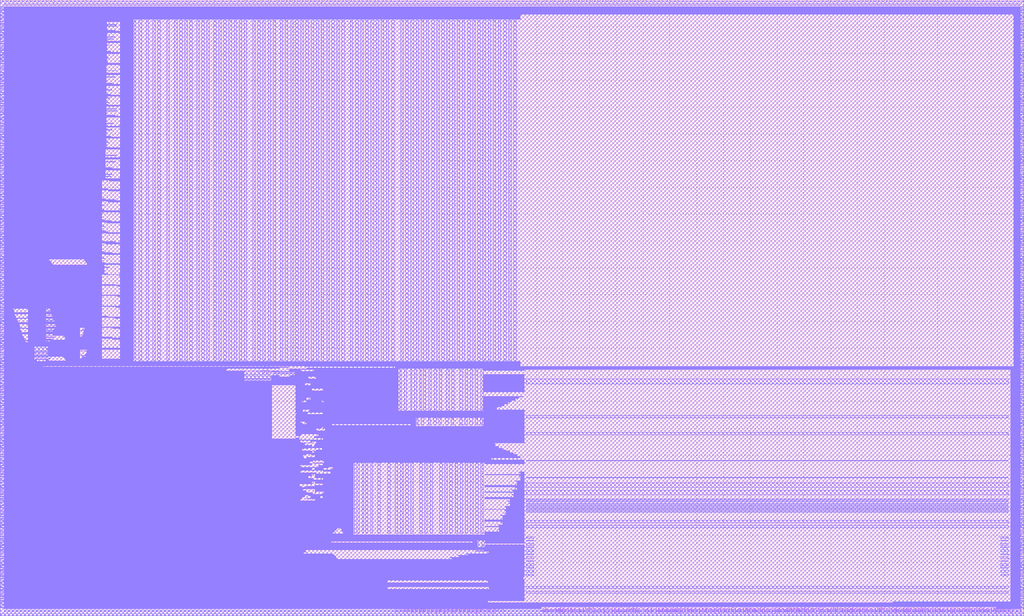
<source format=lef>
VERSION 5.8 ; 
BUSBITCHARS "[]" ; 
DIVIDERCHAR "/" ; 
MACRO sram22_1024x32m8w8
    CLASS BLOCK  ;
    FOREIGN sram22_1024x32m8w8   ;
    SIZE 764.240 BY 460.280 ;
    SYMMETRY X Y R90 ;
    PIN dout[0] 
        DIRECTION OUTPUT ; 
        ANTENNADIFFAREA 0.448000 LAYER met2 ;
        ANTENNAPARTIALMETALAREA 0.950300 LAYER met1 ;
        ANTENNAPARTIALMETALAREA 9.891800 LAYER met2 ;
        PORT 
            LAYER met1 ;
                RECT 404.710 0.000 404.850 0.140 ; 
        END 
    END dout[0] 
    PIN dout[1] 
        DIRECTION OUTPUT ; 
        ANTENNADIFFAREA 0.448000 LAYER met2 ;
        ANTENNAPARTIALMETALAREA 0.950300 LAYER met1 ;
        ANTENNAPARTIALMETALAREA 9.891800 LAYER met2 ;
        PORT 
            LAYER met1 ;
                RECT 415.610 0.000 415.750 0.140 ; 
        END 
    END dout[1] 
    PIN dout[2] 
        DIRECTION OUTPUT ; 
        ANTENNADIFFAREA 0.448000 LAYER met2 ;
        ANTENNAPARTIALMETALAREA 0.950300 LAYER met1 ;
        ANTENNAPARTIALMETALAREA 9.891800 LAYER met2 ;
        PORT 
            LAYER met1 ;
                RECT 426.510 0.000 426.650 0.140 ; 
        END 
    END dout[2] 
    PIN dout[3] 
        DIRECTION OUTPUT ; 
        ANTENNADIFFAREA 0.448000 LAYER met2 ;
        ANTENNAPARTIALMETALAREA 0.950300 LAYER met1 ;
        ANTENNAPARTIALMETALAREA 9.891800 LAYER met2 ;
        PORT 
            LAYER met1 ;
                RECT 437.410 0.000 437.550 0.140 ; 
        END 
    END dout[3] 
    PIN dout[4] 
        DIRECTION OUTPUT ; 
        ANTENNADIFFAREA 0.448000 LAYER met2 ;
        ANTENNAPARTIALMETALAREA 0.950300 LAYER met1 ;
        ANTENNAPARTIALMETALAREA 9.891800 LAYER met2 ;
        PORT 
            LAYER met1 ;
                RECT 448.310 0.000 448.450 0.140 ; 
        END 
    END dout[4] 
    PIN dout[5] 
        DIRECTION OUTPUT ; 
        ANTENNADIFFAREA 0.448000 LAYER met2 ;
        ANTENNAPARTIALMETALAREA 0.950300 LAYER met1 ;
        ANTENNAPARTIALMETALAREA 9.891800 LAYER met2 ;
        PORT 
            LAYER met1 ;
                RECT 459.210 0.000 459.350 0.140 ; 
        END 
    END dout[5] 
    PIN dout[6] 
        DIRECTION OUTPUT ; 
        ANTENNADIFFAREA 0.448000 LAYER met2 ;
        ANTENNAPARTIALMETALAREA 0.950300 LAYER met1 ;
        ANTENNAPARTIALMETALAREA 9.891800 LAYER met2 ;
        PORT 
            LAYER met1 ;
                RECT 470.110 0.000 470.250 0.140 ; 
        END 
    END dout[6] 
    PIN dout[7] 
        DIRECTION OUTPUT ; 
        ANTENNADIFFAREA 0.448000 LAYER met2 ;
        ANTENNAPARTIALMETALAREA 0.950300 LAYER met1 ;
        ANTENNAPARTIALMETALAREA 9.891800 LAYER met2 ;
        PORT 
            LAYER met1 ;
                RECT 481.010 0.000 481.150 0.140 ; 
        END 
    END dout[7] 
    PIN dout[8] 
        DIRECTION OUTPUT ; 
        ANTENNADIFFAREA 0.448000 LAYER met2 ;
        ANTENNAPARTIALMETALAREA 0.950300 LAYER met1 ;
        ANTENNAPARTIALMETALAREA 9.891800 LAYER met2 ;
        PORT 
            LAYER met1 ;
                RECT 491.910 0.000 492.050 0.140 ; 
        END 
    END dout[8] 
    PIN dout[9] 
        DIRECTION OUTPUT ; 
        ANTENNADIFFAREA 0.448000 LAYER met2 ;
        ANTENNAPARTIALMETALAREA 0.950300 LAYER met1 ;
        ANTENNAPARTIALMETALAREA 9.891800 LAYER met2 ;
        PORT 
            LAYER met1 ;
                RECT 502.810 0.000 502.950 0.140 ; 
        END 
    END dout[9] 
    PIN dout[10] 
        DIRECTION OUTPUT ; 
        ANTENNADIFFAREA 0.448000 LAYER met2 ;
        ANTENNAPARTIALMETALAREA 0.950300 LAYER met1 ;
        ANTENNAPARTIALMETALAREA 9.891800 LAYER met2 ;
        PORT 
            LAYER met1 ;
                RECT 513.710 0.000 513.850 0.140 ; 
        END 
    END dout[10] 
    PIN dout[11] 
        DIRECTION OUTPUT ; 
        ANTENNADIFFAREA 0.448000 LAYER met2 ;
        ANTENNAPARTIALMETALAREA 0.950300 LAYER met1 ;
        ANTENNAPARTIALMETALAREA 9.891800 LAYER met2 ;
        PORT 
            LAYER met1 ;
                RECT 524.610 0.000 524.750 0.140 ; 
        END 
    END dout[11] 
    PIN dout[12] 
        DIRECTION OUTPUT ; 
        ANTENNADIFFAREA 0.448000 LAYER met2 ;
        ANTENNAPARTIALMETALAREA 0.950300 LAYER met1 ;
        ANTENNAPARTIALMETALAREA 9.891800 LAYER met2 ;
        PORT 
            LAYER met1 ;
                RECT 535.510 0.000 535.650 0.140 ; 
        END 
    END dout[12] 
    PIN dout[13] 
        DIRECTION OUTPUT ; 
        ANTENNADIFFAREA 0.448000 LAYER met2 ;
        ANTENNAPARTIALMETALAREA 0.950300 LAYER met1 ;
        ANTENNAPARTIALMETALAREA 9.891800 LAYER met2 ;
        PORT 
            LAYER met1 ;
                RECT 546.410 0.000 546.550 0.140 ; 
        END 
    END dout[13] 
    PIN dout[14] 
        DIRECTION OUTPUT ; 
        ANTENNADIFFAREA 0.448000 LAYER met2 ;
        ANTENNAPARTIALMETALAREA 0.950300 LAYER met1 ;
        ANTENNAPARTIALMETALAREA 9.891800 LAYER met2 ;
        PORT 
            LAYER met1 ;
                RECT 557.310 0.000 557.450 0.140 ; 
        END 
    END dout[14] 
    PIN dout[15] 
        DIRECTION OUTPUT ; 
        ANTENNADIFFAREA 0.448000 LAYER met2 ;
        ANTENNAPARTIALMETALAREA 0.950300 LAYER met1 ;
        ANTENNAPARTIALMETALAREA 9.891800 LAYER met2 ;
        PORT 
            LAYER met1 ;
                RECT 568.210 0.000 568.350 0.140 ; 
        END 
    END dout[15] 
    PIN dout[16] 
        DIRECTION OUTPUT ; 
        ANTENNADIFFAREA 0.448000 LAYER met2 ;
        ANTENNAPARTIALMETALAREA 0.950300 LAYER met1 ;
        ANTENNAPARTIALMETALAREA 9.891800 LAYER met2 ;
        PORT 
            LAYER met1 ;
                RECT 579.110 0.000 579.250 0.140 ; 
        END 
    END dout[16] 
    PIN dout[17] 
        DIRECTION OUTPUT ; 
        ANTENNADIFFAREA 0.448000 LAYER met2 ;
        ANTENNAPARTIALMETALAREA 0.950300 LAYER met1 ;
        ANTENNAPARTIALMETALAREA 9.891800 LAYER met2 ;
        PORT 
            LAYER met1 ;
                RECT 590.010 0.000 590.150 0.140 ; 
        END 
    END dout[17] 
    PIN dout[18] 
        DIRECTION OUTPUT ; 
        ANTENNADIFFAREA 0.448000 LAYER met2 ;
        ANTENNAPARTIALMETALAREA 0.950300 LAYER met1 ;
        ANTENNAPARTIALMETALAREA 9.891800 LAYER met2 ;
        PORT 
            LAYER met1 ;
                RECT 600.910 0.000 601.050 0.140 ; 
        END 
    END dout[18] 
    PIN dout[19] 
        DIRECTION OUTPUT ; 
        ANTENNADIFFAREA 0.448000 LAYER met2 ;
        ANTENNAPARTIALMETALAREA 0.950300 LAYER met1 ;
        ANTENNAPARTIALMETALAREA 9.891800 LAYER met2 ;
        PORT 
            LAYER met1 ;
                RECT 611.810 0.000 611.950 0.140 ; 
        END 
    END dout[19] 
    PIN dout[20] 
        DIRECTION OUTPUT ; 
        ANTENNADIFFAREA 0.448000 LAYER met2 ;
        ANTENNAPARTIALMETALAREA 0.950300 LAYER met1 ;
        ANTENNAPARTIALMETALAREA 9.891800 LAYER met2 ;
        PORT 
            LAYER met1 ;
                RECT 622.710 0.000 622.850 0.140 ; 
        END 
    END dout[20] 
    PIN dout[21] 
        DIRECTION OUTPUT ; 
        ANTENNADIFFAREA 0.448000 LAYER met2 ;
        ANTENNAPARTIALMETALAREA 0.950300 LAYER met1 ;
        ANTENNAPARTIALMETALAREA 9.891800 LAYER met2 ;
        PORT 
            LAYER met1 ;
                RECT 633.610 0.000 633.750 0.140 ; 
        END 
    END dout[21] 
    PIN dout[22] 
        DIRECTION OUTPUT ; 
        ANTENNADIFFAREA 0.448000 LAYER met2 ;
        ANTENNAPARTIALMETALAREA 0.950300 LAYER met1 ;
        ANTENNAPARTIALMETALAREA 9.891800 LAYER met2 ;
        PORT 
            LAYER met1 ;
                RECT 644.510 0.000 644.650 0.140 ; 
        END 
    END dout[22] 
    PIN dout[23] 
        DIRECTION OUTPUT ; 
        ANTENNADIFFAREA 0.448000 LAYER met2 ;
        ANTENNAPARTIALMETALAREA 0.950300 LAYER met1 ;
        ANTENNAPARTIALMETALAREA 9.891800 LAYER met2 ;
        PORT 
            LAYER met1 ;
                RECT 655.410 0.000 655.550 0.140 ; 
        END 
    END dout[23] 
    PIN dout[24] 
        DIRECTION OUTPUT ; 
        ANTENNADIFFAREA 0.448000 LAYER met2 ;
        ANTENNAPARTIALMETALAREA 0.950300 LAYER met1 ;
        ANTENNAPARTIALMETALAREA 9.891800 LAYER met2 ;
        PORT 
            LAYER met1 ;
                RECT 666.310 0.000 666.450 0.140 ; 
        END 
    END dout[24] 
    PIN dout[25] 
        DIRECTION OUTPUT ; 
        ANTENNADIFFAREA 0.448000 LAYER met2 ;
        ANTENNAPARTIALMETALAREA 0.950300 LAYER met1 ;
        ANTENNAPARTIALMETALAREA 9.891800 LAYER met2 ;
        PORT 
            LAYER met1 ;
                RECT 677.210 0.000 677.350 0.140 ; 
        END 
    END dout[25] 
    PIN dout[26] 
        DIRECTION OUTPUT ; 
        ANTENNADIFFAREA 0.448000 LAYER met2 ;
        ANTENNAPARTIALMETALAREA 0.950300 LAYER met1 ;
        ANTENNAPARTIALMETALAREA 9.891800 LAYER met2 ;
        PORT 
            LAYER met1 ;
                RECT 688.110 0.000 688.250 0.140 ; 
        END 
    END dout[26] 
    PIN dout[27] 
        DIRECTION OUTPUT ; 
        ANTENNADIFFAREA 0.448000 LAYER met2 ;
        ANTENNAPARTIALMETALAREA 0.950300 LAYER met1 ;
        ANTENNAPARTIALMETALAREA 9.891800 LAYER met2 ;
        PORT 
            LAYER met1 ;
                RECT 699.010 0.000 699.150 0.140 ; 
        END 
    END dout[27] 
    PIN dout[28] 
        DIRECTION OUTPUT ; 
        ANTENNADIFFAREA 0.448000 LAYER met2 ;
        ANTENNAPARTIALMETALAREA 0.950300 LAYER met1 ;
        ANTENNAPARTIALMETALAREA 9.891800 LAYER met2 ;
        PORT 
            LAYER met1 ;
                RECT 709.910 0.000 710.050 0.140 ; 
        END 
    END dout[28] 
    PIN dout[29] 
        DIRECTION OUTPUT ; 
        ANTENNADIFFAREA 0.448000 LAYER met2 ;
        ANTENNAPARTIALMETALAREA 0.950300 LAYER met1 ;
        ANTENNAPARTIALMETALAREA 9.891800 LAYER met2 ;
        PORT 
            LAYER met1 ;
                RECT 720.810 0.000 720.950 0.140 ; 
        END 
    END dout[29] 
    PIN dout[30] 
        DIRECTION OUTPUT ; 
        ANTENNADIFFAREA 0.448000 LAYER met2 ;
        ANTENNAPARTIALMETALAREA 0.950300 LAYER met1 ;
        ANTENNAPARTIALMETALAREA 9.891800 LAYER met2 ;
        PORT 
            LAYER met1 ;
                RECT 731.710 0.000 731.850 0.140 ; 
        END 
    END dout[30] 
    PIN dout[31] 
        DIRECTION OUTPUT ; 
        ANTENNADIFFAREA 0.448000 LAYER met2 ;
        ANTENNAPARTIALMETALAREA 0.950300 LAYER met1 ;
        ANTENNAPARTIALMETALAREA 9.891800 LAYER met2 ;
        PORT 
            LAYER met1 ;
                RECT 742.610 0.000 742.750 0.140 ; 
        END 
    END dout[31] 
    PIN din[0] 
        DIRECTION INPUT ; 
        ANTENNAGATEAREA 0.126000 LAYER met2 ;
        ANTENNAPARTIALMETALAREA 3.858800 LAYER met1 ;
        ANTENNAPARTIALMETALAREA 9.613400 LAYER met2 ;
        PORT 
            LAYER met1 ;
                RECT 404.290 0.000 404.430 0.140 ; 
        END 
    END din[0] 
    PIN din[1] 
        DIRECTION INPUT ; 
        ANTENNAGATEAREA 0.126000 LAYER met2 ;
        ANTENNAPARTIALMETALAREA 3.858800 LAYER met1 ;
        ANTENNAPARTIALMETALAREA 9.613400 LAYER met2 ;
        PORT 
            LAYER met1 ;
                RECT 415.190 0.000 415.330 0.140 ; 
        END 
    END din[1] 
    PIN din[2] 
        DIRECTION INPUT ; 
        ANTENNAGATEAREA 0.126000 LAYER met2 ;
        ANTENNAPARTIALMETALAREA 3.858800 LAYER met1 ;
        ANTENNAPARTIALMETALAREA 9.613400 LAYER met2 ;
        PORT 
            LAYER met1 ;
                RECT 426.090 0.000 426.230 0.140 ; 
        END 
    END din[2] 
    PIN din[3] 
        DIRECTION INPUT ; 
        ANTENNAGATEAREA 0.126000 LAYER met2 ;
        ANTENNAPARTIALMETALAREA 3.858800 LAYER met1 ;
        ANTENNAPARTIALMETALAREA 9.613400 LAYER met2 ;
        PORT 
            LAYER met1 ;
                RECT 436.990 0.000 437.130 0.140 ; 
        END 
    END din[3] 
    PIN din[4] 
        DIRECTION INPUT ; 
        ANTENNAGATEAREA 0.126000 LAYER met2 ;
        ANTENNAPARTIALMETALAREA 3.858800 LAYER met1 ;
        ANTENNAPARTIALMETALAREA 9.613400 LAYER met2 ;
        PORT 
            LAYER met1 ;
                RECT 447.890 0.000 448.030 0.140 ; 
        END 
    END din[4] 
    PIN din[5] 
        DIRECTION INPUT ; 
        ANTENNAGATEAREA 0.126000 LAYER met2 ;
        ANTENNAPARTIALMETALAREA 3.858800 LAYER met1 ;
        ANTENNAPARTIALMETALAREA 9.613400 LAYER met2 ;
        PORT 
            LAYER met1 ;
                RECT 458.790 0.000 458.930 0.140 ; 
        END 
    END din[5] 
    PIN din[6] 
        DIRECTION INPUT ; 
        ANTENNAGATEAREA 0.126000 LAYER met2 ;
        ANTENNAPARTIALMETALAREA 3.858800 LAYER met1 ;
        ANTENNAPARTIALMETALAREA 9.613400 LAYER met2 ;
        PORT 
            LAYER met1 ;
                RECT 469.690 0.000 469.830 0.140 ; 
        END 
    END din[6] 
    PIN din[7] 
        DIRECTION INPUT ; 
        ANTENNAGATEAREA 0.126000 LAYER met2 ;
        ANTENNAPARTIALMETALAREA 3.858800 LAYER met1 ;
        ANTENNAPARTIALMETALAREA 9.613400 LAYER met2 ;
        PORT 
            LAYER met1 ;
                RECT 480.590 0.000 480.730 0.140 ; 
        END 
    END din[7] 
    PIN din[8] 
        DIRECTION INPUT ; 
        ANTENNAGATEAREA 0.126000 LAYER met2 ;
        ANTENNAPARTIALMETALAREA 3.858800 LAYER met1 ;
        ANTENNAPARTIALMETALAREA 9.613400 LAYER met2 ;
        PORT 
            LAYER met1 ;
                RECT 491.490 0.000 491.630 0.140 ; 
        END 
    END din[8] 
    PIN din[9] 
        DIRECTION INPUT ; 
        ANTENNAGATEAREA 0.126000 LAYER met2 ;
        ANTENNAPARTIALMETALAREA 3.858800 LAYER met1 ;
        ANTENNAPARTIALMETALAREA 9.613400 LAYER met2 ;
        PORT 
            LAYER met1 ;
                RECT 502.390 0.000 502.530 0.140 ; 
        END 
    END din[9] 
    PIN din[10] 
        DIRECTION INPUT ; 
        ANTENNAGATEAREA 0.126000 LAYER met2 ;
        ANTENNAPARTIALMETALAREA 3.858800 LAYER met1 ;
        ANTENNAPARTIALMETALAREA 9.613400 LAYER met2 ;
        PORT 
            LAYER met1 ;
                RECT 513.290 0.000 513.430 0.140 ; 
        END 
    END din[10] 
    PIN din[11] 
        DIRECTION INPUT ; 
        ANTENNAGATEAREA 0.126000 LAYER met2 ;
        ANTENNAPARTIALMETALAREA 3.858800 LAYER met1 ;
        ANTENNAPARTIALMETALAREA 9.613400 LAYER met2 ;
        PORT 
            LAYER met1 ;
                RECT 524.190 0.000 524.330 0.140 ; 
        END 
    END din[11] 
    PIN din[12] 
        DIRECTION INPUT ; 
        ANTENNAGATEAREA 0.126000 LAYER met2 ;
        ANTENNAPARTIALMETALAREA 3.858800 LAYER met1 ;
        ANTENNAPARTIALMETALAREA 9.613400 LAYER met2 ;
        PORT 
            LAYER met1 ;
                RECT 535.090 0.000 535.230 0.140 ; 
        END 
    END din[12] 
    PIN din[13] 
        DIRECTION INPUT ; 
        ANTENNAGATEAREA 0.126000 LAYER met2 ;
        ANTENNAPARTIALMETALAREA 3.858800 LAYER met1 ;
        ANTENNAPARTIALMETALAREA 9.613400 LAYER met2 ;
        PORT 
            LAYER met1 ;
                RECT 545.990 0.000 546.130 0.140 ; 
        END 
    END din[13] 
    PIN din[14] 
        DIRECTION INPUT ; 
        ANTENNAGATEAREA 0.126000 LAYER met2 ;
        ANTENNAPARTIALMETALAREA 3.858800 LAYER met1 ;
        ANTENNAPARTIALMETALAREA 9.613400 LAYER met2 ;
        PORT 
            LAYER met1 ;
                RECT 556.890 0.000 557.030 0.140 ; 
        END 
    END din[14] 
    PIN din[15] 
        DIRECTION INPUT ; 
        ANTENNAGATEAREA 0.126000 LAYER met2 ;
        ANTENNAPARTIALMETALAREA 3.858800 LAYER met1 ;
        ANTENNAPARTIALMETALAREA 9.613400 LAYER met2 ;
        PORT 
            LAYER met1 ;
                RECT 567.790 0.000 567.930 0.140 ; 
        END 
    END din[15] 
    PIN din[16] 
        DIRECTION INPUT ; 
        ANTENNAGATEAREA 0.126000 LAYER met2 ;
        ANTENNAPARTIALMETALAREA 3.858800 LAYER met1 ;
        ANTENNAPARTIALMETALAREA 9.613400 LAYER met2 ;
        PORT 
            LAYER met1 ;
                RECT 578.690 0.000 578.830 0.140 ; 
        END 
    END din[16] 
    PIN din[17] 
        DIRECTION INPUT ; 
        ANTENNAGATEAREA 0.126000 LAYER met2 ;
        ANTENNAPARTIALMETALAREA 3.858800 LAYER met1 ;
        ANTENNAPARTIALMETALAREA 9.613400 LAYER met2 ;
        PORT 
            LAYER met1 ;
                RECT 589.590 0.000 589.730 0.140 ; 
        END 
    END din[17] 
    PIN din[18] 
        DIRECTION INPUT ; 
        ANTENNAGATEAREA 0.126000 LAYER met2 ;
        ANTENNAPARTIALMETALAREA 3.858800 LAYER met1 ;
        ANTENNAPARTIALMETALAREA 9.613400 LAYER met2 ;
        PORT 
            LAYER met1 ;
                RECT 600.490 0.000 600.630 0.140 ; 
        END 
    END din[18] 
    PIN din[19] 
        DIRECTION INPUT ; 
        ANTENNAGATEAREA 0.126000 LAYER met2 ;
        ANTENNAPARTIALMETALAREA 3.858800 LAYER met1 ;
        ANTENNAPARTIALMETALAREA 9.613400 LAYER met2 ;
        PORT 
            LAYER met1 ;
                RECT 611.390 0.000 611.530 0.140 ; 
        END 
    END din[19] 
    PIN din[20] 
        DIRECTION INPUT ; 
        ANTENNAGATEAREA 0.126000 LAYER met2 ;
        ANTENNAPARTIALMETALAREA 3.858800 LAYER met1 ;
        ANTENNAPARTIALMETALAREA 9.613400 LAYER met2 ;
        PORT 
            LAYER met1 ;
                RECT 622.290 0.000 622.430 0.140 ; 
        END 
    END din[20] 
    PIN din[21] 
        DIRECTION INPUT ; 
        ANTENNAGATEAREA 0.126000 LAYER met2 ;
        ANTENNAPARTIALMETALAREA 3.858800 LAYER met1 ;
        ANTENNAPARTIALMETALAREA 9.613400 LAYER met2 ;
        PORT 
            LAYER met1 ;
                RECT 633.190 0.000 633.330 0.140 ; 
        END 
    END din[21] 
    PIN din[22] 
        DIRECTION INPUT ; 
        ANTENNAGATEAREA 0.126000 LAYER met2 ;
        ANTENNAPARTIALMETALAREA 3.858800 LAYER met1 ;
        ANTENNAPARTIALMETALAREA 9.613400 LAYER met2 ;
        PORT 
            LAYER met1 ;
                RECT 644.090 0.000 644.230 0.140 ; 
        END 
    END din[22] 
    PIN din[23] 
        DIRECTION INPUT ; 
        ANTENNAGATEAREA 0.126000 LAYER met2 ;
        ANTENNAPARTIALMETALAREA 3.858800 LAYER met1 ;
        ANTENNAPARTIALMETALAREA 9.613400 LAYER met2 ;
        PORT 
            LAYER met1 ;
                RECT 654.990 0.000 655.130 0.140 ; 
        END 
    END din[23] 
    PIN din[24] 
        DIRECTION INPUT ; 
        ANTENNAGATEAREA 0.126000 LAYER met2 ;
        ANTENNAPARTIALMETALAREA 3.858800 LAYER met1 ;
        ANTENNAPARTIALMETALAREA 9.613400 LAYER met2 ;
        PORT 
            LAYER met1 ;
                RECT 665.890 0.000 666.030 0.140 ; 
        END 
    END din[24] 
    PIN din[25] 
        DIRECTION INPUT ; 
        ANTENNAGATEAREA 0.126000 LAYER met2 ;
        ANTENNAPARTIALMETALAREA 3.858800 LAYER met1 ;
        ANTENNAPARTIALMETALAREA 9.613400 LAYER met2 ;
        PORT 
            LAYER met1 ;
                RECT 676.790 0.000 676.930 0.140 ; 
        END 
    END din[25] 
    PIN din[26] 
        DIRECTION INPUT ; 
        ANTENNAGATEAREA 0.126000 LAYER met2 ;
        ANTENNAPARTIALMETALAREA 3.858800 LAYER met1 ;
        ANTENNAPARTIALMETALAREA 9.613400 LAYER met2 ;
        PORT 
            LAYER met1 ;
                RECT 687.690 0.000 687.830 0.140 ; 
        END 
    END din[26] 
    PIN din[27] 
        DIRECTION INPUT ; 
        ANTENNAGATEAREA 0.126000 LAYER met2 ;
        ANTENNAPARTIALMETALAREA 3.858800 LAYER met1 ;
        ANTENNAPARTIALMETALAREA 9.613400 LAYER met2 ;
        PORT 
            LAYER met1 ;
                RECT 698.590 0.000 698.730 0.140 ; 
        END 
    END din[27] 
    PIN din[28] 
        DIRECTION INPUT ; 
        ANTENNAGATEAREA 0.126000 LAYER met2 ;
        ANTENNAPARTIALMETALAREA 3.858800 LAYER met1 ;
        ANTENNAPARTIALMETALAREA 9.613400 LAYER met2 ;
        PORT 
            LAYER met1 ;
                RECT 709.490 0.000 709.630 0.140 ; 
        END 
    END din[28] 
    PIN din[29] 
        DIRECTION INPUT ; 
        ANTENNAGATEAREA 0.126000 LAYER met2 ;
        ANTENNAPARTIALMETALAREA 3.858800 LAYER met1 ;
        ANTENNAPARTIALMETALAREA 9.613400 LAYER met2 ;
        PORT 
            LAYER met1 ;
                RECT 720.390 0.000 720.530 0.140 ; 
        END 
    END din[29] 
    PIN din[30] 
        DIRECTION INPUT ; 
        ANTENNAGATEAREA 0.126000 LAYER met2 ;
        ANTENNAPARTIALMETALAREA 3.858800 LAYER met1 ;
        ANTENNAPARTIALMETALAREA 9.613400 LAYER met2 ;
        PORT 
            LAYER met1 ;
                RECT 731.290 0.000 731.430 0.140 ; 
        END 
    END din[30] 
    PIN din[31] 
        DIRECTION INPUT ; 
        ANTENNAGATEAREA 0.126000 LAYER met2 ;
        ANTENNAPARTIALMETALAREA 3.858800 LAYER met1 ;
        ANTENNAPARTIALMETALAREA 9.613400 LAYER met2 ;
        PORT 
            LAYER met1 ;
                RECT 742.190 0.000 742.330 0.140 ; 
        END 
    END din[31] 
    PIN wmask[0] 
        DIRECTION INPUT ; 
        ANTENNAGATEAREA 0.126000 LAYER met2 ;
        ANTENNAPARTIALMETALAREA 1.669200 LAYER met1 ;
        ANTENNAPARTIALMETALAREA 0.278400 LAYER met2 ;
        PORT 
            LAYER met1 ;
                RECT 403.940 0.000 404.080 0.140 ; 
        END 
    END wmask[0] 
    PIN wmask[1] 
        DIRECTION INPUT ; 
        ANTENNAGATEAREA 0.126000 LAYER met2 ;
        ANTENNAPARTIALMETALAREA 1.669200 LAYER met1 ;
        ANTENNAPARTIALMETALAREA 0.278400 LAYER met2 ;
        PORT 
            LAYER met1 ;
                RECT 491.140 0.000 491.280 0.140 ; 
        END 
    END wmask[1] 
    PIN wmask[2] 
        DIRECTION INPUT ; 
        ANTENNAGATEAREA 0.126000 LAYER met2 ;
        ANTENNAPARTIALMETALAREA 1.669200 LAYER met1 ;
        ANTENNAPARTIALMETALAREA 0.278400 LAYER met2 ;
        PORT 
            LAYER met1 ;
                RECT 578.340 0.000 578.480 0.140 ; 
        END 
    END wmask[2] 
    PIN wmask[3] 
        DIRECTION INPUT ; 
        ANTENNAGATEAREA 0.126000 LAYER met2 ;
        ANTENNAPARTIALMETALAREA 1.669200 LAYER met1 ;
        ANTENNAPARTIALMETALAREA 0.278400 LAYER met2 ;
        PORT 
            LAYER met1 ;
                RECT 665.540 0.000 665.680 0.140 ; 
        END 
    END wmask[3] 
    PIN addr[0] 
        DIRECTION INPUT ; 
        ANTENNAGATEAREA 0.126000 LAYER met1 ;
        ANTENNAPARTIALMETALAREA 6.184700 LAYER met1 ;
        PORT 
            LAYER met1 ;
                RECT 347.960 0.000 348.280 0.320 ; 
        END 
    END addr[0] 
    PIN addr[1] 
        DIRECTION INPUT ; 
        ANTENNAGATEAREA 0.126000 LAYER met1 ;
        ANTENNAPARTIALMETALAREA 6.184700 LAYER met1 ;
        PORT 
            LAYER met1 ;
                RECT 341.840 0.000 342.160 0.320 ; 
        END 
    END addr[1] 
    PIN addr[2] 
        DIRECTION INPUT ; 
        ANTENNAGATEAREA 0.126000 LAYER met1 ;
        ANTENNAPARTIALMETALAREA 6.184700 LAYER met1 ;
        PORT 
            LAYER met1 ;
                RECT 335.720 0.000 336.040 0.320 ; 
        END 
    END addr[2] 
    PIN addr[3] 
        DIRECTION INPUT ; 
        ANTENNAGATEAREA 0.126000 LAYER met1 ;
        ANTENNAPARTIALMETALAREA 6.184700 LAYER met1 ;
        PORT 
            LAYER met1 ;
                RECT 329.600 0.000 329.920 0.320 ; 
        END 
    END addr[3] 
    PIN addr[4] 
        DIRECTION INPUT ; 
        ANTENNAGATEAREA 0.126000 LAYER met1 ;
        ANTENNAPARTIALMETALAREA 6.184700 LAYER met1 ;
        PORT 
            LAYER met1 ;
                RECT 323.480 0.000 323.800 0.320 ; 
        END 
    END addr[4] 
    PIN addr[5] 
        DIRECTION INPUT ; 
        ANTENNAGATEAREA 0.126000 LAYER met1 ;
        ANTENNAPARTIALMETALAREA 6.184700 LAYER met1 ;
        PORT 
            LAYER met1 ;
                RECT 318.040 0.000 318.360 0.320 ; 
        END 
    END addr[5] 
    PIN addr[6] 
        DIRECTION INPUT ; 
        ANTENNAGATEAREA 0.126000 LAYER met1 ;
        ANTENNAPARTIALMETALAREA 6.184700 LAYER met1 ;
        PORT 
            LAYER met1 ;
                RECT 311.920 0.000 312.240 0.320 ; 
        END 
    END addr[6] 
    PIN addr[7] 
        DIRECTION INPUT ; 
        ANTENNAGATEAREA 0.126000 LAYER met1 ;
        ANTENNAPARTIALMETALAREA 6.184700 LAYER met1 ;
        PORT 
            LAYER met1 ;
                RECT 305.800 0.000 306.120 0.320 ; 
        END 
    END addr[7] 
    PIN addr[8] 
        DIRECTION INPUT ; 
        ANTENNAGATEAREA 0.126000 LAYER met1 ;
        ANTENNAPARTIALMETALAREA 6.184700 LAYER met1 ;
        PORT 
            LAYER met1 ;
                RECT 299.680 0.000 300.000 0.320 ; 
        END 
    END addr[8] 
    PIN addr[9] 
        DIRECTION INPUT ; 
        ANTENNAGATEAREA 0.126000 LAYER met1 ;
        ANTENNAPARTIALMETALAREA 6.184700 LAYER met1 ;
        PORT 
            LAYER met1 ;
                RECT 293.560 0.000 293.880 0.320 ; 
        END 
    END addr[9] 
    PIN we 
        DIRECTION INPUT ; 
        ANTENNAGATEAREA 0.126000 LAYER met1 ;
        ANTENNAPARTIALMETALAREA 6.184700 LAYER met1 ;
        PORT 
            LAYER met1 ;
                RECT 360.200 0.000 360.520 0.320 ; 
        END 
    END we 
    PIN ce 
        DIRECTION INPUT ; 
        ANTENNAGATEAREA 0.126000 LAYER met1 ;
        ANTENNAPARTIALMETALAREA 6.184700 LAYER met1 ;
        PORT 
            LAYER met1 ;
                RECT 354.080 0.000 354.400 0.320 ; 
        END 
    END ce 
    PIN clk 
        DIRECTION INPUT ; 
        ANTENNAGATEAREA 22.878000 LAYER met2 ;
        PORT 
            LAYER met1 ;
                RECT 363.600 0.000 363.920 0.320 ; 
        END 
    END clk 
    PIN rstb 
        DIRECTION INPUT ; 
        ANTENNAGATEAREA 26.784000 LAYER met2 ;
        PORT 
            LAYER met1 ;
                RECT 364.280 0.000 364.600 0.320 ; 
        END 
    END rstb 
    PIN vdd 
        DIRECTION INOUT ; 
        USE POWER ; 
        PORT 
            LAYER met2 ;
                RECT 0.160 5.920 404.040 6.240 ; 
                RECT 743.720 5.920 764.080 6.240 ; 
                RECT 0.160 7.280 764.080 7.600 ; 
                RECT 0.160 8.640 764.080 8.960 ; 
                RECT 0.160 10.000 363.920 10.320 ; 
                RECT 666.200 10.000 764.080 10.320 ; 
                RECT 0.160 11.360 391.120 11.680 ; 
                RECT 754.600 11.360 764.080 11.680 ; 
                RECT 0.160 12.720 391.120 13.040 ; 
                RECT 754.600 12.720 764.080 13.040 ; 
                RECT 0.160 14.080 391.120 14.400 ; 
                RECT 754.600 14.080 764.080 14.400 ; 
                RECT 0.160 15.440 391.120 15.760 ; 
                RECT 754.600 15.440 764.080 15.760 ; 
                RECT 0.160 16.800 391.120 17.120 ; 
                RECT 754.600 16.800 764.080 17.120 ; 
                RECT 0.160 18.160 391.120 18.480 ; 
                RECT 754.600 18.160 764.080 18.480 ; 
                RECT 0.160 19.520 391.120 19.840 ; 
                RECT 754.600 19.520 764.080 19.840 ; 
                RECT 0.160 20.880 289.120 21.200 ; 
                RECT 364.960 20.880 391.120 21.200 ; 
                RECT 754.600 20.880 764.080 21.200 ; 
                RECT 0.160 22.240 391.120 22.560 ; 
                RECT 754.600 22.240 764.080 22.560 ; 
                RECT 0.160 23.600 391.120 23.920 ; 
                RECT 754.600 23.600 764.080 23.920 ; 
                RECT 0.160 24.960 289.120 25.280 ; 
                RECT 364.280 24.960 391.120 25.280 ; 
                RECT 754.600 24.960 764.080 25.280 ; 
                RECT 0.160 26.320 391.120 26.640 ; 
                RECT 754.600 26.320 764.080 26.640 ; 
                RECT 0.160 27.680 390.440 28.000 ; 
                RECT 754.600 27.680 764.080 28.000 ; 
                RECT 0.160 29.040 391.120 29.360 ; 
                RECT 754.600 29.040 764.080 29.360 ; 
                RECT 0.160 30.400 391.120 30.720 ; 
                RECT 754.600 30.400 764.080 30.720 ; 
                RECT 0.160 31.760 391.120 32.080 ; 
                RECT 754.600 31.760 764.080 32.080 ; 
                RECT 0.160 33.120 391.120 33.440 ; 
                RECT 754.600 33.120 764.080 33.440 ; 
                RECT 0.160 34.480 391.120 34.800 ; 
                RECT 754.600 34.480 764.080 34.800 ; 
                RECT 0.160 35.840 391.120 36.160 ; 
                RECT 754.600 35.840 764.080 36.160 ; 
                RECT 0.160 37.200 391.120 37.520 ; 
                RECT 754.600 37.200 764.080 37.520 ; 
                RECT 0.160 38.560 391.120 38.880 ; 
                RECT 754.600 38.560 764.080 38.880 ; 
                RECT 0.160 39.920 391.120 40.240 ; 
                RECT 754.600 39.920 764.080 40.240 ; 
                RECT 0.160 41.280 391.120 41.600 ; 
                RECT 754.600 41.280 764.080 41.600 ; 
                RECT 0.160 42.640 251.720 42.960 ; 
                RECT 337.080 42.640 391.120 42.960 ; 
                RECT 754.600 42.640 764.080 42.960 ; 
                RECT 0.160 44.000 250.360 44.320 ; 
                RECT 343.200 44.000 391.120 44.320 ; 
                RECT 754.600 44.000 764.080 44.320 ; 
                RECT 0.160 45.360 249.000 45.680 ; 
                RECT 349.320 45.360 391.120 45.680 ; 
                RECT 754.600 45.360 764.080 45.680 ; 
                RECT 0.160 46.720 225.880 47.040 ; 
                RECT 364.280 46.720 391.120 47.040 ; 
                RECT 754.600 46.720 764.080 47.040 ; 
                RECT 0.160 48.080 227.240 48.400 ; 
                RECT 354.760 48.080 391.120 48.400 ; 
                RECT 754.600 48.080 764.080 48.400 ; 
                RECT 0.160 49.440 391.120 49.760 ; 
                RECT 754.600 49.440 764.080 49.760 ; 
                RECT 0.160 50.800 391.120 51.120 ; 
                RECT 754.600 50.800 764.080 51.120 ; 
                RECT 0.160 52.160 355.760 52.480 ; 
                RECT 362.240 52.160 391.120 52.480 ; 
                RECT 754.600 52.160 764.080 52.480 ; 
                RECT 0.160 53.520 355.760 53.840 ; 
                RECT 754.600 53.520 764.080 53.840 ; 
                RECT 0.160 54.880 246.960 55.200 ; 
                RECT 352.720 54.880 355.760 55.200 ; 
                RECT 362.240 54.880 391.120 55.200 ; 
                RECT 754.600 54.880 764.080 55.200 ; 
                RECT 0.160 56.240 391.120 56.560 ; 
                RECT 754.600 56.240 764.080 56.560 ; 
                RECT 0.160 57.600 391.120 57.920 ; 
                RECT 754.600 57.600 764.080 57.920 ; 
                RECT 0.160 58.960 391.120 59.280 ; 
                RECT 754.600 58.960 764.080 59.280 ; 
                RECT 0.160 60.320 391.120 60.640 ; 
                RECT 754.600 60.320 764.080 60.640 ; 
                RECT 0.160 61.680 248.320 62.000 ; 
                RECT 256.840 61.680 263.280 62.000 ; 
                RECT 361.560 61.680 391.120 62.000 ; 
                RECT 754.600 61.680 764.080 62.000 ; 
                RECT 0.160 63.040 249.680 63.360 ; 
                RECT 255.480 63.040 263.280 63.360 ; 
                RECT 372.440 63.040 391.120 63.360 ; 
                RECT 754.600 63.040 764.080 63.360 ; 
                RECT 0.160 64.400 251.040 64.720 ; 
                RECT 254.800 64.400 263.280 64.720 ; 
                RECT 371.080 64.400 391.120 64.720 ; 
                RECT 754.600 64.400 764.080 64.720 ; 
                RECT 0.160 65.760 263.280 66.080 ; 
                RECT 372.440 65.760 391.120 66.080 ; 
                RECT 754.600 65.760 764.080 66.080 ; 
                RECT 0.160 67.120 263.280 67.440 ; 
                RECT 372.440 67.120 391.120 67.440 ; 
                RECT 754.600 67.120 764.080 67.440 ; 
                RECT 0.160 68.480 263.280 68.800 ; 
                RECT 375.160 68.480 391.120 68.800 ; 
                RECT 754.600 68.480 764.080 68.800 ; 
                RECT 0.160 69.840 263.280 70.160 ; 
                RECT 373.800 69.840 391.120 70.160 ; 
                RECT 754.600 69.840 764.080 70.160 ; 
                RECT 0.160 71.200 263.280 71.520 ; 
                RECT 361.560 71.200 391.120 71.520 ; 
                RECT 754.600 71.200 764.080 71.520 ; 
                RECT 0.160 72.560 263.280 72.880 ; 
                RECT 375.160 72.560 391.120 72.880 ; 
                RECT 754.600 72.560 764.080 72.880 ; 
                RECT 0.160 73.920 263.280 74.240 ; 
                RECT 375.160 73.920 391.120 74.240 ; 
                RECT 754.600 73.920 764.080 74.240 ; 
                RECT 0.160 75.280 263.280 75.600 ; 
                RECT 377.880 75.280 391.120 75.600 ; 
                RECT 754.600 75.280 764.080 75.600 ; 
                RECT 0.160 76.640 263.280 76.960 ; 
                RECT 376.520 76.640 391.120 76.960 ; 
                RECT 754.600 76.640 764.080 76.960 ; 
                RECT 0.160 78.000 263.280 78.320 ; 
                RECT 377.880 78.000 391.120 78.320 ; 
                RECT 754.600 78.000 764.080 78.320 ; 
                RECT 0.160 79.360 263.280 79.680 ; 
                RECT 361.560 79.360 391.120 79.680 ; 
                RECT 754.600 79.360 764.080 79.680 ; 
                RECT 0.160 80.720 263.280 81.040 ; 
                RECT 377.880 80.720 391.120 81.040 ; 
                RECT 754.600 80.720 764.080 81.040 ; 
                RECT 0.160 82.080 263.280 82.400 ; 
                RECT 380.600 82.080 391.120 82.400 ; 
                RECT 754.600 82.080 764.080 82.400 ; 
                RECT 0.160 83.440 263.280 83.760 ; 
                RECT 379.240 83.440 391.120 83.760 ; 
                RECT 754.600 83.440 764.080 83.760 ; 
                RECT 0.160 84.800 263.280 85.120 ; 
                RECT 380.600 84.800 391.120 85.120 ; 
                RECT 754.600 84.800 764.080 85.120 ; 
                RECT 0.160 86.160 223.840 86.480 ; 
                RECT 235.080 86.160 263.280 86.480 ; 
                RECT 380.600 86.160 391.120 86.480 ; 
                RECT 754.600 86.160 764.080 86.480 ; 
                RECT 0.160 87.520 225.200 87.840 ; 
                RECT 228.960 87.520 263.280 87.840 ; 
                RECT 361.560 87.520 391.120 87.840 ; 
                RECT 754.600 87.520 764.080 87.840 ; 
                RECT 0.160 88.880 227.240 89.200 ; 
                RECT 231.680 88.880 238.800 89.200 ; 
                RECT 241.200 88.880 263.280 89.200 ; 
                RECT 383.320 88.880 391.120 89.200 ; 
                RECT 754.600 88.880 764.080 89.200 ; 
                RECT 0.160 90.240 263.280 90.560 ; 
                RECT 381.960 90.240 391.120 90.560 ; 
                RECT 754.600 90.240 764.080 90.560 ; 
                RECT 0.160 91.600 233.360 91.920 ; 
                RECT 241.880 91.600 263.280 91.920 ; 
                RECT 383.320 91.600 391.120 91.920 ; 
                RECT 754.600 91.600 764.080 91.920 ; 
                RECT 0.160 92.960 228.600 93.280 ; 
                RECT 235.080 92.960 263.280 93.280 ; 
                RECT 383.320 92.960 391.120 93.280 ; 
                RECT 754.600 92.960 764.080 93.280 ; 
                RECT 0.160 94.320 225.880 94.640 ; 
                RECT 235.080 94.320 263.280 94.640 ; 
                RECT 386.040 94.320 391.120 94.640 ; 
                RECT 754.600 94.320 764.080 94.640 ; 
                RECT 0.160 95.680 263.280 96.000 ; 
                RECT 384.680 95.680 391.120 96.000 ; 
                RECT 754.600 95.680 764.080 96.000 ; 
                RECT 0.160 97.040 223.160 97.360 ; 
                RECT 235.080 97.040 263.280 97.360 ; 
                RECT 361.560 97.040 391.120 97.360 ; 
                RECT 754.600 97.040 764.080 97.360 ; 
                RECT 0.160 98.400 233.360 98.720 ; 
                RECT 241.200 98.400 263.280 98.720 ; 
                RECT 384.680 98.400 391.120 98.720 ; 
                RECT 754.600 98.400 764.080 98.720 ; 
                RECT 0.160 99.760 232.680 100.080 ; 
                RECT 235.080 99.760 263.280 100.080 ; 
                RECT 386.040 99.760 391.120 100.080 ; 
                RECT 754.600 99.760 764.080 100.080 ; 
                RECT 0.160 101.120 263.280 101.440 ; 
                RECT 388.760 101.120 391.120 101.440 ; 
                RECT 754.600 101.120 764.080 101.440 ; 
                RECT 0.160 102.480 233.360 102.800 ; 
                RECT 241.200 102.480 263.280 102.800 ; 
                RECT 387.400 102.480 391.120 102.800 ; 
                RECT 754.600 102.480 764.080 102.800 ; 
                RECT 0.160 103.840 229.960 104.160 ; 
                RECT 235.080 103.840 263.280 104.160 ; 
                RECT 388.760 103.840 391.120 104.160 ; 
                RECT 754.600 103.840 764.080 104.160 ; 
                RECT 0.160 105.200 232.680 105.520 ; 
                RECT 235.080 105.200 263.280 105.520 ; 
                RECT 361.560 105.200 391.120 105.520 ; 
                RECT 754.600 105.200 764.080 105.520 ; 
                RECT 0.160 106.560 236.080 106.880 ; 
                RECT 246.640 106.560 263.280 106.880 ; 
                RECT 388.760 106.560 391.120 106.880 ; 
                RECT 754.600 106.560 764.080 106.880 ; 
                RECT 0.160 107.920 223.840 108.240 ; 
                RECT 241.200 107.920 263.280 108.240 ; 
                RECT 754.600 107.920 764.080 108.240 ; 
                RECT 0.160 109.280 232.680 109.600 ; 
                RECT 235.080 109.280 240.840 109.600 ; 
                RECT 248.000 109.280 263.280 109.600 ; 
                RECT 754.600 109.280 764.080 109.600 ; 
                RECT 0.160 110.640 244.920 110.960 ; 
                RECT 248.680 110.640 263.280 110.960 ; 
                RECT 754.600 110.640 764.080 110.960 ; 
                RECT 0.160 112.000 223.840 112.320 ; 
                RECT 237.800 112.000 263.280 112.320 ; 
                RECT 754.600 112.000 764.080 112.320 ; 
                RECT 0.160 113.360 232.680 113.680 ; 
                RECT 241.200 113.360 263.280 113.680 ; 
                RECT 361.560 113.360 391.120 113.680 ; 
                RECT 754.600 113.360 764.080 113.680 ; 
                RECT 0.160 114.720 230.640 115.040 ; 
                RECT 241.880 114.720 391.120 115.040 ; 
                RECT 754.600 114.720 764.080 115.040 ; 
                RECT 0.160 116.080 391.120 116.400 ; 
                RECT 754.600 116.080 764.080 116.400 ; 
                RECT 0.160 117.440 226.560 117.760 ; 
                RECT 228.960 117.440 366.640 117.760 ; 
                RECT 754.600 117.440 764.080 117.760 ; 
                RECT 0.160 118.800 225.880 119.120 ; 
                RECT 235.080 118.800 388.400 119.120 ; 
                RECT 754.600 118.800 764.080 119.120 ; 
                RECT 0.160 120.160 228.600 120.480 ; 
                RECT 232.360 120.160 385.680 120.480 ; 
                RECT 754.600 120.160 764.080 120.480 ; 
                RECT 0.160 121.520 382.960 121.840 ; 
                RECT 754.600 121.520 764.080 121.840 ; 
                RECT 0.160 122.880 232.680 123.200 ; 
                RECT 234.400 122.880 380.240 123.200 ; 
                RECT 754.600 122.880 764.080 123.200 ; 
                RECT 0.160 124.240 225.200 124.560 ; 
                RECT 240.520 124.240 374.800 124.560 ; 
                RECT 754.600 124.240 764.080 124.560 ; 
                RECT 0.160 125.600 372.080 125.920 ; 
                RECT 754.600 125.600 764.080 125.920 ; 
                RECT 0.160 126.960 232.680 127.280 ; 
                RECT 234.400 126.960 369.360 127.280 ; 
                RECT 754.600 126.960 764.080 127.280 ; 
                RECT 0.160 128.320 227.240 128.640 ; 
                RECT 235.080 128.320 369.360 128.640 ; 
                RECT 754.600 128.320 764.080 128.640 ; 
                RECT 0.160 129.680 223.840 130.000 ; 
                RECT 231.680 129.680 232.680 130.000 ; 
                RECT 235.760 129.680 391.120 130.000 ; 
                RECT 754.600 129.680 764.080 130.000 ; 
                RECT 0.160 131.040 391.120 131.360 ; 
                RECT 754.600 131.040 764.080 131.360 ; 
                RECT 0.160 132.400 202.760 132.720 ; 
                RECT 220.800 132.400 223.160 132.720 ; 
                RECT 241.200 132.400 391.120 132.720 ; 
                RECT 754.600 132.400 764.080 132.720 ; 
                RECT 0.160 133.760 202.760 134.080 ; 
                RECT 234.400 133.760 391.120 134.080 ; 
                RECT 754.600 133.760 764.080 134.080 ; 
                RECT 0.160 135.120 202.760 135.440 ; 
                RECT 220.800 135.120 223.840 135.440 ; 
                RECT 237.800 135.120 391.120 135.440 ; 
                RECT 754.600 135.120 764.080 135.440 ; 
                RECT 0.160 136.480 202.760 136.800 ; 
                RECT 220.800 136.480 391.120 136.800 ; 
                RECT 754.600 136.480 764.080 136.800 ; 
                RECT 0.160 137.840 202.760 138.160 ; 
                RECT 220.800 137.840 391.120 138.160 ; 
                RECT 754.600 137.840 764.080 138.160 ; 
                RECT 0.160 139.200 202.760 139.520 ; 
                RECT 220.800 139.200 236.080 139.520 ; 
                RECT 242.560 139.200 391.120 139.520 ; 
                RECT 754.600 139.200 764.080 139.520 ; 
                RECT 0.160 140.560 202.760 140.880 ; 
                RECT 220.800 140.560 239.480 140.880 ; 
                RECT 241.200 140.560 391.120 140.880 ; 
                RECT 754.600 140.560 764.080 140.880 ; 
                RECT 0.160 141.920 202.760 142.240 ; 
                RECT 220.800 141.920 310.200 142.240 ; 
                RECT 360.880 141.920 391.120 142.240 ; 
                RECT 754.600 141.920 764.080 142.240 ; 
                RECT 0.160 143.280 202.760 143.600 ; 
                RECT 220.800 143.280 225.880 143.600 ; 
                RECT 228.960 143.280 310.200 143.600 ; 
                RECT 360.880 143.280 391.120 143.600 ; 
                RECT 754.600 143.280 764.080 143.600 ; 
                RECT 0.160 144.640 202.760 144.960 ; 
                RECT 220.800 144.640 223.840 144.960 ; 
                RECT 227.600 144.640 310.200 144.960 ; 
                RECT 360.880 144.640 391.120 144.960 ; 
                RECT 754.600 144.640 764.080 144.960 ; 
                RECT 0.160 146.000 202.760 146.320 ; 
                RECT 220.800 146.000 310.200 146.320 ; 
                RECT 360.880 146.000 391.120 146.320 ; 
                RECT 754.600 146.000 764.080 146.320 ; 
                RECT 0.160 147.360 202.760 147.680 ; 
                RECT 220.800 147.360 310.200 147.680 ; 
                RECT 360.880 147.360 391.120 147.680 ; 
                RECT 754.600 147.360 764.080 147.680 ; 
                RECT 0.160 148.720 202.760 149.040 ; 
                RECT 220.800 148.720 391.120 149.040 ; 
                RECT 754.600 148.720 764.080 149.040 ; 
                RECT 0.160 150.080 202.760 150.400 ; 
                RECT 220.800 150.080 391.120 150.400 ; 
                RECT 754.600 150.080 764.080 150.400 ; 
                RECT 0.160 151.440 202.760 151.760 ; 
                RECT 220.800 151.440 229.280 151.760 ; 
                RECT 241.200 151.440 391.120 151.760 ; 
                RECT 754.600 151.440 764.080 151.760 ; 
                RECT 0.160 152.800 202.760 153.120 ; 
                RECT 220.800 152.800 225.880 153.120 ; 
                RECT 231.000 152.800 391.120 153.120 ; 
                RECT 754.600 152.800 764.080 153.120 ; 
                RECT 0.160 154.160 202.760 154.480 ; 
                RECT 220.800 154.160 297.280 154.480 ; 
                RECT 360.880 154.160 370.720 154.480 ; 
                RECT 754.600 154.160 764.080 154.480 ; 
                RECT 0.160 155.520 202.760 155.840 ; 
                RECT 220.800 155.520 297.280 155.840 ; 
                RECT 360.880 155.520 370.720 155.840 ; 
                RECT 754.600 155.520 764.080 155.840 ; 
                RECT 0.160 156.880 202.760 157.200 ; 
                RECT 220.800 156.880 297.280 157.200 ; 
                RECT 360.880 156.880 376.160 157.200 ; 
                RECT 754.600 156.880 764.080 157.200 ; 
                RECT 0.160 158.240 202.760 158.560 ; 
                RECT 220.800 158.240 297.280 158.560 ; 
                RECT 360.880 158.240 378.880 158.560 ; 
                RECT 754.600 158.240 764.080 158.560 ; 
                RECT 0.160 159.600 202.760 159.920 ; 
                RECT 220.800 159.600 225.200 159.920 ; 
                RECT 228.960 159.600 239.480 159.920 ; 
                RECT 241.880 159.600 297.280 159.920 ; 
                RECT 360.880 159.600 381.600 159.920 ; 
                RECT 754.600 159.600 764.080 159.920 ; 
                RECT 0.160 160.960 202.760 161.280 ; 
                RECT 220.800 160.960 297.280 161.280 ; 
                RECT 360.880 160.960 384.320 161.280 ; 
                RECT 754.600 160.960 764.080 161.280 ; 
                RECT 0.160 162.320 202.760 162.640 ; 
                RECT 220.800 162.320 228.600 162.640 ; 
                RECT 231.680 162.320 297.280 162.640 ; 
                RECT 360.880 162.320 387.040 162.640 ; 
                RECT 754.600 162.320 764.080 162.640 ; 
                RECT 0.160 163.680 202.760 164.000 ; 
                RECT 220.800 163.680 297.280 164.000 ; 
                RECT 360.880 163.680 389.760 164.000 ; 
                RECT 754.600 163.680 764.080 164.000 ; 
                RECT 0.160 165.040 202.760 165.360 ; 
                RECT 220.800 165.040 297.280 165.360 ; 
                RECT 754.600 165.040 764.080 165.360 ; 
                RECT 0.160 166.400 202.760 166.720 ; 
                RECT 220.800 166.400 297.280 166.720 ; 
                RECT 754.600 166.400 764.080 166.720 ; 
                RECT 0.160 167.760 202.760 168.080 ; 
                RECT 220.800 167.760 297.280 168.080 ; 
                RECT 360.880 167.760 391.120 168.080 ; 
                RECT 754.600 167.760 764.080 168.080 ; 
                RECT 0.160 169.120 202.760 169.440 ; 
                RECT 220.800 169.120 232.680 169.440 ; 
                RECT 241.200 169.120 297.280 169.440 ; 
                RECT 360.880 169.120 391.120 169.440 ; 
                RECT 754.600 169.120 764.080 169.440 ; 
                RECT 0.160 170.480 202.760 170.800 ; 
                RECT 220.800 170.480 297.280 170.800 ; 
                RECT 360.880 170.480 391.120 170.800 ; 
                RECT 754.600 170.480 764.080 170.800 ; 
                RECT 0.160 171.840 202.760 172.160 ; 
                RECT 220.800 171.840 297.280 172.160 ; 
                RECT 360.880 171.840 391.120 172.160 ; 
                RECT 754.600 171.840 764.080 172.160 ; 
                RECT 0.160 173.200 227.240 173.520 ; 
                RECT 231.680 173.200 297.280 173.520 ; 
                RECT 360.880 173.200 391.120 173.520 ; 
                RECT 754.600 173.200 764.080 173.520 ; 
                RECT 0.160 174.560 297.280 174.880 ; 
                RECT 360.880 174.560 391.120 174.880 ; 
                RECT 754.600 174.560 764.080 174.880 ; 
                RECT 0.160 175.920 181.680 176.240 ; 
                RECT 202.440 175.920 297.280 176.240 ; 
                RECT 360.880 175.920 391.120 176.240 ; 
                RECT 754.600 175.920 764.080 176.240 ; 
                RECT 0.160 177.280 181.680 177.600 ; 
                RECT 202.440 177.280 229.960 177.600 ; 
                RECT 235.760 177.280 297.280 177.600 ; 
                RECT 360.880 177.280 391.120 177.600 ; 
                RECT 754.600 177.280 764.080 177.600 ; 
                RECT 0.160 178.640 181.680 178.960 ; 
                RECT 202.440 178.640 208.200 178.960 ; 
                RECT 216.040 178.640 297.280 178.960 ; 
                RECT 360.880 178.640 391.120 178.960 ; 
                RECT 754.600 178.640 764.080 178.960 ; 
                RECT 0.160 180.000 181.680 180.320 ; 
                RECT 220.120 180.000 297.280 180.320 ; 
                RECT 360.880 180.000 391.120 180.320 ; 
                RECT 754.600 180.000 764.080 180.320 ; 
                RECT 0.160 181.360 181.680 181.680 ; 
                RECT 220.120 181.360 297.280 181.680 ; 
                RECT 754.600 181.360 764.080 181.680 ; 
                RECT 0.160 182.720 181.680 183.040 ; 
                RECT 202.440 182.720 208.200 183.040 ; 
                RECT 216.040 182.720 223.840 183.040 ; 
                RECT 234.400 182.720 297.280 183.040 ; 
                RECT 754.600 182.720 764.080 183.040 ; 
                RECT 0.160 184.080 168.760 184.400 ; 
                RECT 215.360 184.080 297.280 184.400 ; 
                RECT 360.880 184.080 764.080 184.400 ; 
                RECT 0.160 185.440 215.000 185.760 ; 
                RECT 294.920 185.440 764.080 185.760 ; 
                RECT 0.160 186.800 388.400 187.120 ; 
                RECT 756.640 186.800 764.080 187.120 ; 
                RECT 0.160 188.160 388.400 188.480 ; 
                RECT 756.640 188.160 764.080 188.480 ; 
                RECT 0.160 189.520 388.400 189.840 ; 
                RECT 756.640 189.520 764.080 189.840 ; 
                RECT 0.160 190.880 27.320 191.200 ; 
                RECT 33.800 190.880 36.160 191.200 ; 
                RECT 48.760 190.880 99.400 191.200 ; 
                RECT 756.640 190.880 764.080 191.200 ; 
                RECT 0.160 192.240 25.280 192.560 ; 
                RECT 35.840 192.240 37.520 192.560 ; 
                RECT 48.080 192.240 59.280 192.560 ; 
                RECT 61.000 192.240 75.600 192.560 ; 
                RECT 89.560 192.240 99.400 192.560 ; 
                RECT 756.640 192.240 764.080 192.560 ; 
                RECT 0.160 193.600 25.280 193.920 ; 
                RECT 35.840 193.600 59.280 193.920 ; 
                RECT 63.720 193.600 75.600 193.920 ; 
                RECT 89.560 193.600 99.400 193.920 ; 
                RECT 756.640 193.600 764.080 193.920 ; 
                RECT 0.160 194.960 25.280 195.280 ; 
                RECT 35.840 194.960 59.280 195.280 ; 
                RECT 63.720 194.960 75.600 195.280 ; 
                RECT 89.560 194.960 99.400 195.280 ; 
                RECT 756.640 194.960 764.080 195.280 ; 
                RECT 0.160 196.320 25.280 196.640 ; 
                RECT 35.840 196.320 59.280 196.640 ; 
                RECT 64.400 196.320 75.600 196.640 ; 
                RECT 89.560 196.320 99.400 196.640 ; 
                RECT 756.640 196.320 764.080 196.640 ; 
                RECT 0.160 197.680 25.280 198.000 ; 
                RECT 35.840 197.680 59.280 198.000 ; 
                RECT 61.000 197.680 75.600 198.000 ; 
                RECT 89.560 197.680 99.400 198.000 ; 
                RECT 756.640 197.680 764.080 198.000 ; 
                RECT 0.160 199.040 25.280 199.360 ; 
                RECT 35.840 199.040 99.400 199.360 ; 
                RECT 756.640 199.040 764.080 199.360 ; 
                RECT 0.160 200.400 25.280 200.720 ; 
                RECT 35.840 200.400 75.600 200.720 ; 
                RECT 89.560 200.400 99.400 200.720 ; 
                RECT 756.640 200.400 764.080 200.720 ; 
                RECT 0.160 201.760 75.600 202.080 ; 
                RECT 89.560 201.760 99.400 202.080 ; 
                RECT 756.640 201.760 764.080 202.080 ; 
                RECT 0.160 203.120 75.600 203.440 ; 
                RECT 89.560 203.120 99.400 203.440 ; 
                RECT 756.640 203.120 764.080 203.440 ; 
                RECT 0.160 204.480 18.480 204.800 ; 
                RECT 20.880 204.480 75.600 204.800 ; 
                RECT 89.560 204.480 99.400 204.800 ; 
                RECT 756.640 204.480 764.080 204.800 ; 
                RECT 0.160 205.840 75.600 206.160 ; 
                RECT 89.560 205.840 99.400 206.160 ; 
                RECT 756.640 205.840 764.080 206.160 ; 
                RECT 0.160 207.200 17.800 207.520 ; 
                RECT 20.880 207.200 34.120 207.520 ; 
                RECT 48.760 207.200 99.400 207.520 ; 
                RECT 756.640 207.200 764.080 207.520 ; 
                RECT 0.160 208.560 17.120 208.880 ; 
                RECT 20.880 208.560 34.120 208.880 ; 
                RECT 47.400 208.560 59.280 208.880 ; 
                RECT 61.000 208.560 75.600 208.880 ; 
                RECT 89.560 208.560 99.400 208.880 ; 
                RECT 756.640 208.560 764.080 208.880 ; 
                RECT 0.160 209.920 16.440 210.240 ; 
                RECT 20.880 209.920 34.120 210.240 ; 
                RECT 39.240 209.920 59.280 210.240 ; 
                RECT 61.680 209.920 75.600 210.240 ; 
                RECT 89.560 209.920 99.400 210.240 ; 
                RECT 756.640 209.920 764.080 210.240 ; 
                RECT 0.160 211.280 59.280 211.600 ; 
                RECT 62.360 211.280 75.600 211.600 ; 
                RECT 89.560 211.280 99.400 211.600 ; 
                RECT 756.640 211.280 764.080 211.600 ; 
                RECT 0.160 212.640 15.760 212.960 ; 
                RECT 20.880 212.640 34.120 212.960 ; 
                RECT 39.920 212.640 59.280 212.960 ; 
                RECT 62.360 212.640 75.600 212.960 ; 
                RECT 89.560 212.640 99.400 212.960 ; 
                RECT 756.640 212.640 764.080 212.960 ; 
                RECT 0.160 214.000 15.080 214.320 ; 
                RECT 20.880 214.000 34.120 214.320 ; 
                RECT 40.600 214.000 59.280 214.320 ; 
                RECT 63.040 214.000 75.600 214.320 ; 
                RECT 89.560 214.000 99.400 214.320 ; 
                RECT 756.640 214.000 764.080 214.320 ; 
                RECT 0.160 215.360 14.400 215.680 ; 
                RECT 20.880 215.360 99.400 215.680 ; 
                RECT 756.640 215.360 764.080 215.680 ; 
                RECT 0.160 216.720 13.720 217.040 ; 
                RECT 20.880 216.720 75.600 217.040 ; 
                RECT 89.560 216.720 99.400 217.040 ; 
                RECT 756.640 216.720 764.080 217.040 ; 
                RECT 0.160 218.080 75.600 218.400 ; 
                RECT 89.560 218.080 99.400 218.400 ; 
                RECT 756.640 218.080 764.080 218.400 ; 
                RECT 0.160 219.440 13.040 219.760 ; 
                RECT 20.880 219.440 75.600 219.760 ; 
                RECT 89.560 219.440 99.400 219.760 ; 
                RECT 756.640 219.440 764.080 219.760 ; 
                RECT 0.160 220.800 12.360 221.120 ; 
                RECT 20.880 220.800 75.600 221.120 ; 
                RECT 89.560 220.800 99.400 221.120 ; 
                RECT 756.640 220.800 764.080 221.120 ; 
                RECT 0.160 222.160 75.600 222.480 ; 
                RECT 85.480 222.160 99.400 222.480 ; 
                RECT 756.640 222.160 764.080 222.480 ; 
                RECT 0.160 223.520 11.680 223.840 ; 
                RECT 20.880 223.520 34.120 223.840 ; 
                RECT 39.240 223.520 80.360 223.840 ; 
                RECT 89.560 223.520 99.400 223.840 ; 
                RECT 756.640 223.520 764.080 223.840 ; 
                RECT 0.160 224.880 11.000 225.200 ; 
                RECT 20.880 224.880 34.120 225.200 ; 
                RECT 38.560 224.880 75.600 225.200 ; 
                RECT 89.560 224.880 99.400 225.200 ; 
                RECT 756.640 224.880 764.080 225.200 ; 
                RECT 0.160 226.240 75.600 226.560 ; 
                RECT 89.560 226.240 99.400 226.560 ; 
                RECT 756.640 226.240 764.080 226.560 ; 
                RECT 0.160 227.600 10.320 227.920 ; 
                RECT 20.880 227.600 34.120 227.920 ; 
                RECT 37.880 227.600 75.600 227.920 ; 
                RECT 89.560 227.600 99.400 227.920 ; 
                RECT 756.640 227.600 764.080 227.920 ; 
                RECT 0.160 228.960 9.640 229.280 ; 
                RECT 20.880 228.960 34.120 229.280 ; 
                RECT 37.200 228.960 75.600 229.280 ; 
                RECT 89.560 228.960 99.400 229.280 ; 
                RECT 756.640 228.960 764.080 229.280 ; 
                RECT 0.160 230.320 75.600 230.640 ; 
                RECT 86.160 230.320 99.400 230.640 ; 
                RECT 756.640 230.320 764.080 230.640 ; 
                RECT 0.160 231.680 75.600 232.000 ; 
                RECT 89.560 231.680 99.400 232.000 ; 
                RECT 756.640 231.680 764.080 232.000 ; 
                RECT 0.160 233.040 75.600 233.360 ; 
                RECT 89.560 233.040 99.400 233.360 ; 
                RECT 756.640 233.040 764.080 233.360 ; 
                RECT 0.160 234.400 75.600 234.720 ; 
                RECT 89.560 234.400 99.400 234.720 ; 
                RECT 756.640 234.400 764.080 234.720 ; 
                RECT 0.160 235.760 75.600 236.080 ; 
                RECT 89.560 235.760 99.400 236.080 ; 
                RECT 756.640 235.760 764.080 236.080 ; 
                RECT 0.160 237.120 75.600 237.440 ; 
                RECT 89.560 237.120 99.400 237.440 ; 
                RECT 756.640 237.120 764.080 237.440 ; 
                RECT 0.160 238.480 75.600 238.800 ; 
                RECT 87.520 238.480 99.400 238.800 ; 
                RECT 756.640 238.480 764.080 238.800 ; 
                RECT 0.160 239.840 75.600 240.160 ; 
                RECT 89.560 239.840 99.400 240.160 ; 
                RECT 756.640 239.840 764.080 240.160 ; 
                RECT 0.160 241.200 75.600 241.520 ; 
                RECT 89.560 241.200 99.400 241.520 ; 
                RECT 756.640 241.200 764.080 241.520 ; 
                RECT 0.160 242.560 75.600 242.880 ; 
                RECT 89.560 242.560 99.400 242.880 ; 
                RECT 756.640 242.560 764.080 242.880 ; 
                RECT 0.160 243.920 75.600 244.240 ; 
                RECT 89.560 243.920 99.400 244.240 ; 
                RECT 756.640 243.920 764.080 244.240 ; 
                RECT 0.160 245.280 75.600 245.600 ; 
                RECT 89.560 245.280 99.400 245.600 ; 
                RECT 756.640 245.280 764.080 245.600 ; 
                RECT 0.160 246.640 99.400 246.960 ; 
                RECT 756.640 246.640 764.080 246.960 ; 
                RECT 0.160 248.000 75.600 248.320 ; 
                RECT 89.560 248.000 99.400 248.320 ; 
                RECT 756.640 248.000 764.080 248.320 ; 
                RECT 0.160 249.360 75.600 249.680 ; 
                RECT 89.560 249.360 99.400 249.680 ; 
                RECT 756.640 249.360 764.080 249.680 ; 
                RECT 0.160 250.720 75.600 251.040 ; 
                RECT 89.560 250.720 99.400 251.040 ; 
                RECT 756.640 250.720 764.080 251.040 ; 
                RECT 0.160 252.080 75.600 252.400 ; 
                RECT 89.560 252.080 99.400 252.400 ; 
                RECT 756.640 252.080 764.080 252.400 ; 
                RECT 0.160 253.440 75.600 253.760 ; 
                RECT 89.560 253.440 99.400 253.760 ; 
                RECT 756.640 253.440 764.080 253.760 ; 
                RECT 0.160 254.800 99.400 255.120 ; 
                RECT 756.640 254.800 764.080 255.120 ; 
                RECT 0.160 256.160 77.640 256.480 ; 
                RECT 89.560 256.160 99.400 256.480 ; 
                RECT 756.640 256.160 764.080 256.480 ; 
                RECT 0.160 257.520 77.640 257.840 ; 
                RECT 89.560 257.520 99.400 257.840 ; 
                RECT 756.640 257.520 764.080 257.840 ; 
                RECT 0.160 258.880 77.640 259.200 ; 
                RECT 89.560 258.880 99.400 259.200 ; 
                RECT 756.640 258.880 764.080 259.200 ; 
                RECT 0.160 260.240 81.720 260.560 ; 
                RECT 89.560 260.240 99.400 260.560 ; 
                RECT 756.640 260.240 764.080 260.560 ; 
                RECT 0.160 261.600 77.640 261.920 ; 
                RECT 89.560 261.600 99.400 261.920 ; 
                RECT 756.640 261.600 764.080 261.920 ; 
                RECT 0.160 262.960 38.880 263.280 ; 
                RECT 65.080 262.960 99.400 263.280 ; 
                RECT 756.640 262.960 764.080 263.280 ; 
                RECT 0.160 264.320 37.520 264.640 ; 
                RECT 63.720 264.320 75.600 264.640 ; 
                RECT 89.560 264.320 99.400 264.640 ; 
                RECT 756.640 264.320 764.080 264.640 ; 
                RECT 0.160 265.680 36.160 266.000 ; 
                RECT 63.040 265.680 75.600 266.000 ; 
                RECT 89.560 265.680 99.400 266.000 ; 
                RECT 756.640 265.680 764.080 266.000 ; 
                RECT 0.160 267.040 77.640 267.360 ; 
                RECT 89.560 267.040 99.400 267.360 ; 
                RECT 756.640 267.040 764.080 267.360 ; 
                RECT 0.160 268.400 75.600 268.720 ; 
                RECT 89.560 268.400 99.400 268.720 ; 
                RECT 756.640 268.400 764.080 268.720 ; 
                RECT 0.160 269.760 75.600 270.080 ; 
                RECT 78.000 269.760 99.400 270.080 ; 
                RECT 756.640 269.760 764.080 270.080 ; 
                RECT 0.160 271.120 83.760 271.440 ; 
                RECT 89.560 271.120 99.400 271.440 ; 
                RECT 756.640 271.120 764.080 271.440 ; 
                RECT 0.160 272.480 75.600 272.800 ; 
                RECT 89.560 272.480 99.400 272.800 ; 
                RECT 756.640 272.480 764.080 272.800 ; 
                RECT 0.160 273.840 75.600 274.160 ; 
                RECT 89.560 273.840 99.400 274.160 ; 
                RECT 756.640 273.840 764.080 274.160 ; 
                RECT 0.160 275.200 75.600 275.520 ; 
                RECT 89.560 275.200 99.400 275.520 ; 
                RECT 756.640 275.200 764.080 275.520 ; 
                RECT 0.160 276.560 75.600 276.880 ; 
                RECT 89.560 276.560 99.400 276.880 ; 
                RECT 756.640 276.560 764.080 276.880 ; 
                RECT 0.160 277.920 75.600 278.240 ; 
                RECT 78.680 277.920 99.400 278.240 ; 
                RECT 756.640 277.920 764.080 278.240 ; 
                RECT 0.160 279.280 85.800 279.600 ; 
                RECT 89.560 279.280 99.400 279.600 ; 
                RECT 756.640 279.280 764.080 279.600 ; 
                RECT 0.160 280.640 75.600 280.960 ; 
                RECT 89.560 280.640 99.400 280.960 ; 
                RECT 756.640 280.640 764.080 280.960 ; 
                RECT 0.160 282.000 75.600 282.320 ; 
                RECT 89.560 282.000 99.400 282.320 ; 
                RECT 756.640 282.000 764.080 282.320 ; 
                RECT 0.160 283.360 75.600 283.680 ; 
                RECT 89.560 283.360 99.400 283.680 ; 
                RECT 756.640 283.360 764.080 283.680 ; 
                RECT 0.160 284.720 75.600 285.040 ; 
                RECT 89.560 284.720 99.400 285.040 ; 
                RECT 756.640 284.720 764.080 285.040 ; 
                RECT 0.160 286.080 99.400 286.400 ; 
                RECT 756.640 286.080 764.080 286.400 ; 
                RECT 0.160 287.440 77.640 287.760 ; 
                RECT 89.560 287.440 99.400 287.760 ; 
                RECT 756.640 287.440 764.080 287.760 ; 
                RECT 0.160 288.800 75.600 289.120 ; 
                RECT 89.560 288.800 99.400 289.120 ; 
                RECT 756.640 288.800 764.080 289.120 ; 
                RECT 0.160 290.160 75.600 290.480 ; 
                RECT 89.560 290.160 99.400 290.480 ; 
                RECT 756.640 290.160 764.080 290.480 ; 
                RECT 0.160 291.520 75.600 291.840 ; 
                RECT 89.560 291.520 99.400 291.840 ; 
                RECT 756.640 291.520 764.080 291.840 ; 
                RECT 0.160 292.880 75.600 293.200 ; 
                RECT 89.560 292.880 99.400 293.200 ; 
                RECT 756.640 292.880 764.080 293.200 ; 
                RECT 0.160 294.240 99.400 294.560 ; 
                RECT 756.640 294.240 764.080 294.560 ; 
                RECT 0.160 295.600 77.640 295.920 ; 
                RECT 89.560 295.600 99.400 295.920 ; 
                RECT 756.640 295.600 764.080 295.920 ; 
                RECT 0.160 296.960 75.600 297.280 ; 
                RECT 89.560 296.960 99.400 297.280 ; 
                RECT 756.640 296.960 764.080 297.280 ; 
                RECT 0.160 298.320 75.600 298.640 ; 
                RECT 89.560 298.320 99.400 298.640 ; 
                RECT 756.640 298.320 764.080 298.640 ; 
                RECT 0.160 299.680 75.600 300.000 ; 
                RECT 89.560 299.680 99.400 300.000 ; 
                RECT 756.640 299.680 764.080 300.000 ; 
                RECT 0.160 301.040 75.600 301.360 ; 
                RECT 89.560 301.040 99.400 301.360 ; 
                RECT 756.640 301.040 764.080 301.360 ; 
                RECT 0.160 302.400 99.400 302.720 ; 
                RECT 756.640 302.400 764.080 302.720 ; 
                RECT 0.160 303.760 75.600 304.080 ; 
                RECT 89.560 303.760 99.400 304.080 ; 
                RECT 756.640 303.760 764.080 304.080 ; 
                RECT 0.160 305.120 75.600 305.440 ; 
                RECT 89.560 305.120 99.400 305.440 ; 
                RECT 756.640 305.120 764.080 305.440 ; 
                RECT 0.160 306.480 77.640 306.800 ; 
                RECT 89.560 306.480 99.400 306.800 ; 
                RECT 756.640 306.480 764.080 306.800 ; 
                RECT 0.160 307.840 75.600 308.160 ; 
                RECT 89.560 307.840 99.400 308.160 ; 
                RECT 756.640 307.840 764.080 308.160 ; 
                RECT 0.160 309.200 75.600 309.520 ; 
                RECT 80.720 309.200 99.400 309.520 ; 
                RECT 756.640 309.200 764.080 309.520 ; 
                RECT 0.160 310.560 85.800 310.880 ; 
                RECT 89.560 310.560 99.400 310.880 ; 
                RECT 756.640 310.560 764.080 310.880 ; 
                RECT 0.160 311.920 75.600 312.240 ; 
                RECT 89.560 311.920 99.400 312.240 ; 
                RECT 756.640 311.920 764.080 312.240 ; 
                RECT 0.160 313.280 75.600 313.600 ; 
                RECT 89.560 313.280 99.400 313.600 ; 
                RECT 756.640 313.280 764.080 313.600 ; 
                RECT 0.160 314.640 75.600 314.960 ; 
                RECT 89.560 314.640 99.400 314.960 ; 
                RECT 756.640 314.640 764.080 314.960 ; 
                RECT 0.160 316.000 75.600 316.320 ; 
                RECT 89.560 316.000 99.400 316.320 ; 
                RECT 756.640 316.000 764.080 316.320 ; 
                RECT 0.160 317.360 75.600 317.680 ; 
                RECT 80.720 317.360 99.400 317.680 ; 
                RECT 756.640 317.360 764.080 317.680 ; 
                RECT 0.160 318.720 80.360 319.040 ; 
                RECT 89.560 318.720 99.400 319.040 ; 
                RECT 756.640 318.720 764.080 319.040 ; 
                RECT 0.160 320.080 75.600 320.400 ; 
                RECT 89.560 320.080 99.400 320.400 ; 
                RECT 756.640 320.080 764.080 320.400 ; 
                RECT 0.160 321.440 75.600 321.760 ; 
                RECT 89.560 321.440 99.400 321.760 ; 
                RECT 756.640 321.440 764.080 321.760 ; 
                RECT 0.160 322.800 75.600 323.120 ; 
                RECT 89.560 322.800 99.400 323.120 ; 
                RECT 756.640 322.800 764.080 323.120 ; 
                RECT 0.160 324.160 75.600 324.480 ; 
                RECT 89.560 324.160 99.400 324.480 ; 
                RECT 756.640 324.160 764.080 324.480 ; 
                RECT 0.160 325.520 99.400 325.840 ; 
                RECT 756.640 325.520 764.080 325.840 ; 
                RECT 0.160 326.880 78.320 327.200 ; 
                RECT 89.560 326.880 99.400 327.200 ; 
                RECT 756.640 326.880 764.080 327.200 ; 
                RECT 0.160 328.240 82.400 328.560 ; 
                RECT 89.560 328.240 99.400 328.560 ; 
                RECT 756.640 328.240 764.080 328.560 ; 
                RECT 0.160 329.600 83.080 329.920 ; 
                RECT 89.560 329.600 99.400 329.920 ; 
                RECT 756.640 329.600 764.080 329.920 ; 
                RECT 0.160 330.960 78.320 331.280 ; 
                RECT 89.560 330.960 99.400 331.280 ; 
                RECT 756.640 330.960 764.080 331.280 ; 
                RECT 0.160 332.320 78.320 332.640 ; 
                RECT 89.560 332.320 99.400 332.640 ; 
                RECT 756.640 332.320 764.080 332.640 ; 
                RECT 0.160 333.680 99.400 334.000 ; 
                RECT 756.640 333.680 764.080 334.000 ; 
                RECT 0.160 335.040 78.320 335.360 ; 
                RECT 89.560 335.040 99.400 335.360 ; 
                RECT 756.640 335.040 764.080 335.360 ; 
                RECT 0.160 336.400 78.320 336.720 ; 
                RECT 89.560 336.400 99.400 336.720 ; 
                RECT 756.640 336.400 764.080 336.720 ; 
                RECT 0.160 337.760 78.320 338.080 ; 
                RECT 89.560 337.760 99.400 338.080 ; 
                RECT 756.640 337.760 764.080 338.080 ; 
                RECT 0.160 339.120 85.800 339.440 ; 
                RECT 89.560 339.120 99.400 339.440 ; 
                RECT 756.640 339.120 764.080 339.440 ; 
                RECT 0.160 340.480 78.320 340.800 ; 
                RECT 89.560 340.480 99.400 340.800 ; 
                RECT 756.640 340.480 764.080 340.800 ; 
                RECT 0.160 341.840 99.400 342.160 ; 
                RECT 756.640 341.840 764.080 342.160 ; 
                RECT 0.160 343.200 78.320 343.520 ; 
                RECT 89.560 343.200 99.400 343.520 ; 
                RECT 756.640 343.200 764.080 343.520 ; 
                RECT 0.160 344.560 78.320 344.880 ; 
                RECT 89.560 344.560 99.400 344.880 ; 
                RECT 756.640 344.560 764.080 344.880 ; 
                RECT 0.160 345.920 78.320 346.240 ; 
                RECT 89.560 345.920 99.400 346.240 ; 
                RECT 756.640 345.920 764.080 346.240 ; 
                RECT 0.160 347.280 78.320 347.600 ; 
                RECT 89.560 347.280 99.400 347.600 ; 
                RECT 756.640 347.280 764.080 347.600 ; 
                RECT 0.160 348.640 99.400 348.960 ; 
                RECT 756.640 348.640 764.080 348.960 ; 
                RECT 0.160 350.000 80.360 350.320 ; 
                RECT 89.560 350.000 99.400 350.320 ; 
                RECT 756.640 350.000 764.080 350.320 ; 
                RECT 0.160 351.360 79.000 351.680 ; 
                RECT 89.560 351.360 99.400 351.680 ; 
                RECT 756.640 351.360 764.080 351.680 ; 
                RECT 0.160 352.720 79.000 353.040 ; 
                RECT 89.560 352.720 99.400 353.040 ; 
                RECT 756.640 352.720 764.080 353.040 ; 
                RECT 0.160 354.080 79.000 354.400 ; 
                RECT 89.560 354.080 99.400 354.400 ; 
                RECT 756.640 354.080 764.080 354.400 ; 
                RECT 0.160 355.440 79.000 355.760 ; 
                RECT 89.560 355.440 99.400 355.760 ; 
                RECT 756.640 355.440 764.080 355.760 ; 
                RECT 0.160 356.800 99.400 357.120 ; 
                RECT 756.640 356.800 764.080 357.120 ; 
                RECT 0.160 358.160 82.400 358.480 ; 
                RECT 89.560 358.160 99.400 358.480 ; 
                RECT 756.640 358.160 764.080 358.480 ; 
                RECT 0.160 359.520 79.000 359.840 ; 
                RECT 89.560 359.520 99.400 359.840 ; 
                RECT 756.640 359.520 764.080 359.840 ; 
                RECT 0.160 360.880 79.000 361.200 ; 
                RECT 89.560 360.880 99.400 361.200 ; 
                RECT 756.640 360.880 764.080 361.200 ; 
                RECT 0.160 362.240 79.000 362.560 ; 
                RECT 89.560 362.240 99.400 362.560 ; 
                RECT 756.640 362.240 764.080 362.560 ; 
                RECT 0.160 363.600 79.000 363.920 ; 
                RECT 89.560 363.600 99.400 363.920 ; 
                RECT 756.640 363.600 764.080 363.920 ; 
                RECT 0.160 364.960 99.400 365.280 ; 
                RECT 756.640 364.960 764.080 365.280 ; 
                RECT 0.160 366.320 79.000 366.640 ; 
                RECT 89.560 366.320 99.400 366.640 ; 
                RECT 756.640 366.320 764.080 366.640 ; 
                RECT 0.160 367.680 84.440 368.000 ; 
                RECT 89.560 367.680 99.400 368.000 ; 
                RECT 756.640 367.680 764.080 368.000 ; 
                RECT 0.160 369.040 79.000 369.360 ; 
                RECT 89.560 369.040 99.400 369.360 ; 
                RECT 756.640 369.040 764.080 369.360 ; 
                RECT 0.160 370.400 79.000 370.720 ; 
                RECT 89.560 370.400 99.400 370.720 ; 
                RECT 756.640 370.400 764.080 370.720 ; 
                RECT 0.160 371.760 79.000 372.080 ; 
                RECT 89.560 371.760 99.400 372.080 ; 
                RECT 756.640 371.760 764.080 372.080 ; 
                RECT 0.160 373.120 99.400 373.440 ; 
                RECT 756.640 373.120 764.080 373.440 ; 
                RECT 0.160 374.480 79.000 374.800 ; 
                RECT 89.560 374.480 99.400 374.800 ; 
                RECT 756.640 374.480 764.080 374.800 ; 
                RECT 0.160 375.840 79.000 376.160 ; 
                RECT 89.560 375.840 99.400 376.160 ; 
                RECT 756.640 375.840 764.080 376.160 ; 
                RECT 0.160 377.200 87.160 377.520 ; 
                RECT 89.560 377.200 99.400 377.520 ; 
                RECT 756.640 377.200 764.080 377.520 ; 
                RECT 0.160 378.560 87.160 378.880 ; 
                RECT 89.560 378.560 99.400 378.880 ; 
                RECT 756.640 378.560 764.080 378.880 ; 
                RECT 0.160 379.920 79.000 380.240 ; 
                RECT 89.560 379.920 99.400 380.240 ; 
                RECT 756.640 379.920 764.080 380.240 ; 
                RECT 0.160 381.280 99.400 381.600 ; 
                RECT 756.640 381.280 764.080 381.600 ; 
                RECT 0.160 382.640 79.000 382.960 ; 
                RECT 89.560 382.640 99.400 382.960 ; 
                RECT 756.640 382.640 764.080 382.960 ; 
                RECT 0.160 384.000 79.000 384.320 ; 
                RECT 89.560 384.000 99.400 384.320 ; 
                RECT 756.640 384.000 764.080 384.320 ; 
                RECT 0.160 385.360 79.000 385.680 ; 
                RECT 89.560 385.360 99.400 385.680 ; 
                RECT 756.640 385.360 764.080 385.680 ; 
                RECT 0.160 386.720 81.720 387.040 ; 
                RECT 89.560 386.720 99.400 387.040 ; 
                RECT 756.640 386.720 764.080 387.040 ; 
                RECT 0.160 388.080 99.400 388.400 ; 
                RECT 756.640 388.080 764.080 388.400 ; 
                RECT 0.160 389.440 82.400 389.760 ; 
                RECT 89.560 389.440 99.400 389.760 ; 
                RECT 756.640 389.440 764.080 389.760 ; 
                RECT 0.160 390.800 79.000 391.120 ; 
                RECT 89.560 390.800 99.400 391.120 ; 
                RECT 756.640 390.800 764.080 391.120 ; 
                RECT 0.160 392.160 79.000 392.480 ; 
                RECT 89.560 392.160 99.400 392.480 ; 
                RECT 756.640 392.160 764.080 392.480 ; 
                RECT 0.160 393.520 79.000 393.840 ; 
                RECT 89.560 393.520 99.400 393.840 ; 
                RECT 756.640 393.520 764.080 393.840 ; 
                RECT 0.160 394.880 79.000 395.200 ; 
                RECT 89.560 394.880 99.400 395.200 ; 
                RECT 756.640 394.880 764.080 395.200 ; 
                RECT 0.160 396.240 99.400 396.560 ; 
                RECT 756.640 396.240 764.080 396.560 ; 
                RECT 0.160 397.600 83.760 397.920 ; 
                RECT 89.560 397.600 99.400 397.920 ; 
                RECT 756.640 397.600 764.080 397.920 ; 
                RECT 0.160 398.960 79.000 399.280 ; 
                RECT 89.560 398.960 99.400 399.280 ; 
                RECT 756.640 398.960 764.080 399.280 ; 
                RECT 0.160 400.320 79.000 400.640 ; 
                RECT 89.560 400.320 99.400 400.640 ; 
                RECT 756.640 400.320 764.080 400.640 ; 
                RECT 0.160 401.680 79.000 402.000 ; 
                RECT 89.560 401.680 99.400 402.000 ; 
                RECT 756.640 401.680 764.080 402.000 ; 
                RECT 0.160 403.040 79.000 403.360 ; 
                RECT 89.560 403.040 99.400 403.360 ; 
                RECT 756.640 403.040 764.080 403.360 ; 
                RECT 0.160 404.400 99.400 404.720 ; 
                RECT 756.640 404.400 764.080 404.720 ; 
                RECT 0.160 405.760 79.000 406.080 ; 
                RECT 89.560 405.760 99.400 406.080 ; 
                RECT 756.640 405.760 764.080 406.080 ; 
                RECT 0.160 407.120 86.480 407.440 ; 
                RECT 89.560 407.120 99.400 407.440 ; 
                RECT 756.640 407.120 764.080 407.440 ; 
                RECT 0.160 408.480 79.000 408.800 ; 
                RECT 89.560 408.480 99.400 408.800 ; 
                RECT 756.640 408.480 764.080 408.800 ; 
                RECT 0.160 409.840 79.000 410.160 ; 
                RECT 89.560 409.840 99.400 410.160 ; 
                RECT 756.640 409.840 764.080 410.160 ; 
                RECT 0.160 411.200 79.000 411.520 ; 
                RECT 89.560 411.200 99.400 411.520 ; 
                RECT 756.640 411.200 764.080 411.520 ; 
                RECT 0.160 412.560 99.400 412.880 ; 
                RECT 756.640 412.560 764.080 412.880 ; 
                RECT 0.160 413.920 79.680 414.240 ; 
                RECT 89.560 413.920 99.400 414.240 ; 
                RECT 756.640 413.920 764.080 414.240 ; 
                RECT 0.160 415.280 79.680 415.600 ; 
                RECT 89.560 415.280 99.400 415.600 ; 
                RECT 756.640 415.280 764.080 415.600 ; 
                RECT 0.160 416.640 81.040 416.960 ; 
                RECT 89.560 416.640 99.400 416.960 ; 
                RECT 756.640 416.640 764.080 416.960 ; 
                RECT 0.160 418.000 79.680 418.320 ; 
                RECT 89.560 418.000 99.400 418.320 ; 
                RECT 756.640 418.000 764.080 418.320 ; 
                RECT 0.160 419.360 79.680 419.680 ; 
                RECT 89.560 419.360 99.400 419.680 ; 
                RECT 756.640 419.360 764.080 419.680 ; 
                RECT 0.160 420.720 99.400 421.040 ; 
                RECT 756.640 420.720 764.080 421.040 ; 
                RECT 0.160 422.080 79.680 422.400 ; 
                RECT 89.560 422.080 99.400 422.400 ; 
                RECT 756.640 422.080 764.080 422.400 ; 
                RECT 0.160 423.440 79.680 423.760 ; 
                RECT 89.560 423.440 99.400 423.760 ; 
                RECT 756.640 423.440 764.080 423.760 ; 
                RECT 0.160 424.800 79.680 425.120 ; 
                RECT 89.560 424.800 99.400 425.120 ; 
                RECT 756.640 424.800 764.080 425.120 ; 
                RECT 0.160 426.160 83.760 426.480 ; 
                RECT 89.560 426.160 99.400 426.480 ; 
                RECT 756.640 426.160 764.080 426.480 ; 
                RECT 0.160 427.520 79.680 427.840 ; 
                RECT 89.560 427.520 99.400 427.840 ; 
                RECT 756.640 427.520 764.080 427.840 ; 
                RECT 0.160 428.880 99.400 429.200 ; 
                RECT 756.640 428.880 764.080 429.200 ; 
                RECT 0.160 430.240 79.680 430.560 ; 
                RECT 89.560 430.240 99.400 430.560 ; 
                RECT 756.640 430.240 764.080 430.560 ; 
                RECT 0.160 431.600 79.680 431.920 ; 
                RECT 89.560 431.600 99.400 431.920 ; 
                RECT 756.640 431.600 764.080 431.920 ; 
                RECT 0.160 432.960 79.680 433.280 ; 
                RECT 89.560 432.960 99.400 433.280 ; 
                RECT 756.640 432.960 764.080 433.280 ; 
                RECT 0.160 434.320 79.680 434.640 ; 
                RECT 89.560 434.320 99.400 434.640 ; 
                RECT 756.640 434.320 764.080 434.640 ; 
                RECT 0.160 435.680 99.400 436.000 ; 
                RECT 756.640 435.680 764.080 436.000 ; 
                RECT 0.160 437.040 85.800 437.360 ; 
                RECT 89.560 437.040 99.400 437.360 ; 
                RECT 756.640 437.040 764.080 437.360 ; 
                RECT 0.160 438.400 79.680 438.720 ; 
                RECT 89.560 438.400 99.400 438.720 ; 
                RECT 756.640 438.400 764.080 438.720 ; 
                RECT 0.160 439.760 79.680 440.080 ; 
                RECT 89.560 439.760 99.400 440.080 ; 
                RECT 756.640 439.760 764.080 440.080 ; 
                RECT 0.160 441.120 79.680 441.440 ; 
                RECT 89.560 441.120 99.400 441.440 ; 
                RECT 756.640 441.120 764.080 441.440 ; 
                RECT 0.160 442.480 79.680 442.800 ; 
                RECT 89.560 442.480 99.400 442.800 ; 
                RECT 756.640 442.480 764.080 442.800 ; 
                RECT 0.160 443.840 99.400 444.160 ; 
                RECT 756.640 443.840 764.080 444.160 ; 
                RECT 0.160 445.200 99.400 445.520 ; 
                RECT 756.640 445.200 764.080 445.520 ; 
                RECT 0.160 446.560 388.400 446.880 ; 
                RECT 756.640 446.560 764.080 446.880 ; 
                RECT 0.160 447.920 388.400 448.240 ; 
                RECT 756.640 447.920 764.080 448.240 ; 
                RECT 0.160 449.280 764.080 449.600 ; 
                RECT 0.160 450.640 764.080 450.960 ; 
                RECT 0.160 452.000 764.080 452.320 ; 
                RECT 0.160 453.360 764.080 453.680 ; 
                RECT 0.160 454.720 764.080 455.040 ; 
                RECT 0.160 0.160 764.080 1.520 ; 
                RECT 0.160 458.760 764.080 460.120 ; 
                RECT 392.540 32.420 398.340 33.790 ; 
                RECT 746.840 32.420 752.640 33.790 ; 
                RECT 392.540 37.455 398.340 38.815 ; 
                RECT 746.840 37.455 752.640 38.815 ; 
                RECT 392.540 42.520 398.340 43.920 ; 
                RECT 746.840 42.520 752.640 43.920 ; 
                RECT 392.540 47.695 398.340 49.135 ; 
                RECT 746.840 47.695 752.640 49.135 ; 
                RECT 392.540 52.790 398.340 54.120 ; 
                RECT 746.840 52.790 752.640 54.120 ; 
                RECT 392.540 57.720 398.340 59.050 ; 
                RECT 746.840 57.720 752.640 59.050 ; 
                RECT 392.540 135.175 752.640 136.975 ; 
                RECT 392.540 95.755 752.640 99.355 ; 
                RECT 392.540 85.230 752.640 86.030 ; 
                RECT 392.540 65.860 752.640 67.660 ; 
                RECT 392.540 173.365 752.640 176.965 ; 
                RECT 392.540 77.330 752.640 78.130 ; 
                RECT 392.540 103.135 752.640 103.425 ; 
                RECT 392.540 80.340 752.640 81.140 ; 
                RECT 392.540 16.665 752.640 18.465 ; 
                RECT 103.590 190.595 105.510 444.975 ; 
                RECT 113.805 190.595 115.725 444.975 ; 
                RECT 117.645 190.595 119.565 444.975 ; 
                RECT 130.055 190.595 131.975 444.975 ; 
                RECT 133.895 190.595 135.815 444.975 ; 
                RECT 137.735 190.595 139.655 444.975 ; 
                RECT 141.575 190.595 143.495 444.975 ; 
                RECT 159.220 190.595 161.140 444.975 ; 
                RECT 163.060 190.595 164.980 444.975 ; 
                RECT 166.900 190.595 168.820 444.975 ; 
                RECT 170.740 190.595 172.660 444.975 ; 
                RECT 174.580 190.595 176.500 444.975 ; 
                RECT 178.420 190.595 180.340 444.975 ; 
                RECT 182.260 190.595 184.180 444.975 ; 
                RECT 209.070 190.595 210.990 444.975 ; 
                RECT 212.910 190.595 214.830 444.975 ; 
                RECT 216.750 190.595 218.670 444.975 ; 
                RECT 220.590 190.595 222.510 444.975 ; 
                RECT 224.430 190.595 226.350 444.975 ; 
                RECT 228.270 190.595 230.190 444.975 ; 
                RECT 232.110 190.595 234.030 444.975 ; 
                RECT 235.950 190.595 237.870 444.975 ; 
                RECT 239.790 190.595 241.710 444.975 ; 
                RECT 243.630 190.595 245.550 444.975 ; 
                RECT 247.470 190.595 249.390 444.975 ; 
                RECT 251.310 190.595 253.230 444.975 ; 
                RECT 255.150 190.595 257.070 444.975 ; 
                RECT 298.970 190.595 300.890 444.975 ; 
                RECT 302.810 190.595 304.730 444.975 ; 
                RECT 306.650 190.595 308.570 444.975 ; 
                RECT 310.490 190.595 312.410 444.975 ; 
                RECT 314.330 190.595 316.250 444.975 ; 
                RECT 318.170 190.595 320.090 444.975 ; 
                RECT 322.010 190.595 323.930 444.975 ; 
                RECT 325.850 190.595 327.770 444.975 ; 
                RECT 329.690 190.595 331.610 444.975 ; 
                RECT 333.530 190.595 335.450 444.975 ; 
                RECT 337.370 190.595 339.290 444.975 ; 
                RECT 341.210 190.595 343.130 444.975 ; 
                RECT 345.050 190.595 346.970 444.975 ; 
                RECT 348.890 190.595 350.810 444.975 ; 
                RECT 352.730 190.595 354.650 444.975 ; 
                RECT 356.570 190.595 358.490 444.975 ; 
                RECT 360.410 190.595 362.330 444.975 ; 
                RECT 364.250 190.595 366.170 444.975 ; 
                RECT 368.090 190.595 370.010 444.975 ; 
                RECT 371.930 190.595 373.850 444.975 ; 
                RECT 375.770 190.595 377.690 444.975 ; 
                RECT 379.610 190.595 381.530 444.975 ; 
                RECT 383.450 190.595 385.370 444.975 ; 
                RECT 266.265 61.535 268.185 114.135 ; 
                RECT 272.785 61.535 274.325 114.135 ; 
                RECT 281.720 61.535 283.640 114.135 ; 
                RECT 294.975 61.535 296.895 114.135 ; 
                RECT 298.815 61.535 300.735 114.135 ; 
                RECT 302.655 61.535 304.575 114.135 ; 
                RECT 306.495 61.535 308.415 114.135 ; 
                RECT 328.040 61.535 329.960 114.135 ; 
                RECT 331.880 61.535 333.800 114.135 ; 
                RECT 335.720 61.535 337.640 114.135 ; 
                RECT 339.560 61.535 341.480 114.135 ; 
                RECT 343.400 61.535 345.320 114.135 ; 
                RECT 347.240 61.535 349.160 114.135 ; 
                RECT 351.080 61.535 353.000 114.135 ; 
                RECT 354.920 61.535 356.840 114.135 ; 
                RECT 358.760 61.535 360.680 114.135 ; 
                RECT 301.720 153.680 303.640 183.960 ; 
                RECT 309.125 153.680 311.045 183.960 ; 
                RECT 315.755 153.680 317.505 183.960 ; 
                RECT 323.950 153.680 325.870 183.960 ; 
                RECT 327.790 153.680 329.710 183.960 ; 
                RECT 343.225 153.680 345.145 183.960 ; 
                RECT 347.065 153.680 348.985 183.960 ; 
                RECT 350.905 153.680 352.825 183.960 ; 
                RECT 354.745 153.680 356.665 183.960 ; 
                RECT 358.585 153.680 360.505 183.960 ; 
                RECT 314.380 142.520 316.300 147.680 ; 
                RECT 323.520 142.520 325.440 147.680 ; 
                RECT 327.360 142.520 329.280 147.680 ; 
                RECT 343.010 142.520 344.930 147.680 ; 
                RECT 346.850 142.520 348.770 147.680 ; 
                RECT 350.690 142.520 352.610 147.680 ; 
                RECT 354.530 142.520 356.450 147.680 ; 
                RECT 358.370 142.520 360.290 147.680 ; 
                RECT 359.525 51.955 361.445 55.535 ; 
                RECT 26.230 192.865 35.390 193.615 ; 
                RECT 26.230 198.265 35.390 200.185 ; 
                RECT 203.650 180.575 219.690 181.425 ; 
                RECT 182.050 180.275 201.690 182.985 ; 
        END 
    END vdd 
    PIN vss 
        DIRECTION INOUT ; 
        USE GROUND ; 
        PORT 
            LAYER met2 ;
                RECT 2.880 5.240 404.040 5.560 ; 
                RECT 743.720 5.240 761.360 5.560 ; 
                RECT 2.880 6.600 761.360 6.920 ; 
                RECT 2.880 7.960 761.360 8.280 ; 
                RECT 2.880 9.320 761.360 9.640 ; 
                RECT 2.880 10.680 363.240 11.000 ; 
                RECT 754.600 10.680 761.360 11.000 ; 
                RECT 2.880 12.040 391.120 12.360 ; 
                RECT 754.600 12.040 761.360 12.360 ; 
                RECT 2.880 13.400 391.120 13.720 ; 
                RECT 754.600 13.400 761.360 13.720 ; 
                RECT 2.880 14.760 391.120 15.080 ; 
                RECT 754.600 14.760 761.360 15.080 ; 
                RECT 2.880 16.120 391.120 16.440 ; 
                RECT 754.600 16.120 761.360 16.440 ; 
                RECT 2.880 17.480 391.120 17.800 ; 
                RECT 754.600 17.480 761.360 17.800 ; 
                RECT 2.880 18.840 391.120 19.160 ; 
                RECT 754.600 18.840 761.360 19.160 ; 
                RECT 2.880 20.200 289.120 20.520 ; 
                RECT 364.960 20.200 391.120 20.520 ; 
                RECT 754.600 20.200 761.360 20.520 ; 
                RECT 2.880 21.560 391.120 21.880 ; 
                RECT 754.600 21.560 761.360 21.880 ; 
                RECT 2.880 22.920 391.120 23.240 ; 
                RECT 754.600 22.920 761.360 23.240 ; 
                RECT 2.880 24.280 391.120 24.600 ; 
                RECT 754.600 24.280 761.360 24.600 ; 
                RECT 2.880 25.640 289.120 25.960 ; 
                RECT 364.280 25.640 391.120 25.960 ; 
                RECT 754.600 25.640 761.360 25.960 ; 
                RECT 2.880 27.000 391.120 27.320 ; 
                RECT 754.600 27.000 761.360 27.320 ; 
                RECT 2.880 28.360 390.440 28.680 ; 
                RECT 754.600 28.360 761.360 28.680 ; 
                RECT 2.880 29.720 391.120 30.040 ; 
                RECT 754.600 29.720 761.360 30.040 ; 
                RECT 2.880 31.080 391.120 31.400 ; 
                RECT 754.600 31.080 761.360 31.400 ; 
                RECT 2.880 32.440 391.120 32.760 ; 
                RECT 754.600 32.440 761.360 32.760 ; 
                RECT 2.880 33.800 391.120 34.120 ; 
                RECT 754.600 33.800 761.360 34.120 ; 
                RECT 2.880 35.160 391.120 35.480 ; 
                RECT 754.600 35.160 761.360 35.480 ; 
                RECT 2.880 36.520 391.120 36.840 ; 
                RECT 754.600 36.520 761.360 36.840 ; 
                RECT 2.880 37.880 391.120 38.200 ; 
                RECT 754.600 37.880 761.360 38.200 ; 
                RECT 2.880 39.240 391.120 39.560 ; 
                RECT 754.600 39.240 761.360 39.560 ; 
                RECT 2.880 40.600 391.120 40.920 ; 
                RECT 754.600 40.600 761.360 40.920 ; 
                RECT 2.880 41.960 391.120 42.280 ; 
                RECT 754.600 41.960 761.360 42.280 ; 
                RECT 2.880 43.320 251.040 43.640 ; 
                RECT 335.720 43.320 391.120 43.640 ; 
                RECT 754.600 43.320 761.360 43.640 ; 
                RECT 2.880 44.680 249.680 45.000 ; 
                RECT 341.840 44.680 391.120 45.000 ; 
                RECT 754.600 44.680 761.360 45.000 ; 
                RECT 2.880 46.040 248.320 46.360 ; 
                RECT 347.960 46.040 391.120 46.360 ; 
                RECT 754.600 46.040 761.360 46.360 ; 
                RECT 2.880 47.400 228.600 47.720 ; 
                RECT 364.960 47.400 391.120 47.720 ; 
                RECT 754.600 47.400 761.360 47.720 ; 
                RECT 2.880 48.760 227.920 49.080 ; 
                RECT 360.880 48.760 391.120 49.080 ; 
                RECT 754.600 48.760 761.360 49.080 ; 
                RECT 2.880 50.120 391.120 50.440 ; 
                RECT 754.600 50.120 761.360 50.440 ; 
                RECT 2.880 51.480 355.760 51.800 ; 
                RECT 362.240 51.480 391.120 51.800 ; 
                RECT 754.600 51.480 761.360 51.800 ; 
                RECT 2.880 52.840 355.760 53.160 ; 
                RECT 362.240 52.840 391.120 53.160 ; 
                RECT 754.600 52.840 761.360 53.160 ; 
                RECT 2.880 54.200 355.760 54.520 ; 
                RECT 362.240 54.200 391.120 54.520 ; 
                RECT 754.600 54.200 761.360 54.520 ; 
                RECT 2.880 55.560 355.760 55.880 ; 
                RECT 362.240 55.560 391.120 55.880 ; 
                RECT 754.600 55.560 761.360 55.880 ; 
                RECT 2.880 56.920 391.120 57.240 ; 
                RECT 754.600 56.920 761.360 57.240 ; 
                RECT 2.880 58.280 391.120 58.600 ; 
                RECT 754.600 58.280 761.360 58.600 ; 
                RECT 2.880 59.640 391.120 59.960 ; 
                RECT 754.600 59.640 761.360 59.960 ; 
                RECT 2.880 61.000 263.280 61.320 ; 
                RECT 361.560 61.000 391.120 61.320 ; 
                RECT 754.600 61.000 761.360 61.320 ; 
                RECT 2.880 62.360 249.000 62.680 ; 
                RECT 256.160 62.360 263.280 62.680 ; 
                RECT 361.560 62.360 391.120 62.680 ; 
                RECT 754.600 62.360 761.360 62.680 ; 
                RECT 2.880 63.720 250.360 64.040 ; 
                RECT 254.800 63.720 263.280 64.040 ; 
                RECT 372.440 63.720 391.120 64.040 ; 
                RECT 754.600 63.720 761.360 64.040 ; 
                RECT 2.880 65.080 251.720 65.400 ; 
                RECT 254.120 65.080 263.280 65.400 ; 
                RECT 372.440 65.080 391.120 65.400 ; 
                RECT 754.600 65.080 761.360 65.400 ; 
                RECT 2.880 66.440 263.280 66.760 ; 
                RECT 361.560 66.440 391.120 66.760 ; 
                RECT 754.600 66.440 761.360 66.760 ; 
                RECT 2.880 67.800 263.280 68.120 ; 
                RECT 371.080 67.800 391.120 68.120 ; 
                RECT 754.600 67.800 761.360 68.120 ; 
                RECT 2.880 69.160 263.280 69.480 ; 
                RECT 375.160 69.160 391.120 69.480 ; 
                RECT 754.600 69.160 761.360 69.480 ; 
                RECT 2.880 70.520 263.280 70.840 ; 
                RECT 361.560 70.520 391.120 70.840 ; 
                RECT 754.600 70.520 761.360 70.840 ; 
                RECT 2.880 71.880 263.280 72.200 ; 
                RECT 375.160 71.880 391.120 72.200 ; 
                RECT 754.600 71.880 761.360 72.200 ; 
                RECT 2.880 73.240 263.280 73.560 ; 
                RECT 375.160 73.240 391.120 73.560 ; 
                RECT 754.600 73.240 761.360 73.560 ; 
                RECT 2.880 74.600 263.280 74.920 ; 
                RECT 373.800 74.600 391.120 74.920 ; 
                RECT 754.600 74.600 761.360 74.920 ; 
                RECT 2.880 75.960 263.280 76.280 ; 
                RECT 377.880 75.960 391.120 76.280 ; 
                RECT 754.600 75.960 761.360 76.280 ; 
                RECT 2.880 77.320 263.280 77.640 ; 
                RECT 377.880 77.320 391.120 77.640 ; 
                RECT 754.600 77.320 761.360 77.640 ; 
                RECT 2.880 78.680 263.280 79.000 ; 
                RECT 376.520 78.680 391.120 79.000 ; 
                RECT 754.600 78.680 761.360 79.000 ; 
                RECT 2.880 80.040 263.280 80.360 ; 
                RECT 377.880 80.040 391.120 80.360 ; 
                RECT 754.600 80.040 761.360 80.360 ; 
                RECT 2.880 81.400 263.280 81.720 ; 
                RECT 376.520 81.400 391.120 81.720 ; 
                RECT 754.600 81.400 761.360 81.720 ; 
                RECT 2.880 82.760 263.280 83.080 ; 
                RECT 380.600 82.760 391.120 83.080 ; 
                RECT 754.600 82.760 761.360 83.080 ; 
                RECT 2.880 84.120 263.280 84.440 ; 
                RECT 380.600 84.120 391.120 84.440 ; 
                RECT 754.600 84.120 761.360 84.440 ; 
                RECT 2.880 85.480 263.280 85.800 ; 
                RECT 379.240 85.480 391.120 85.800 ; 
                RECT 754.600 85.480 761.360 85.800 ; 
                RECT 2.880 86.840 223.840 87.160 ; 
                RECT 235.080 86.840 263.280 87.160 ; 
                RECT 380.600 86.840 391.120 87.160 ; 
                RECT 754.600 86.840 761.360 87.160 ; 
                RECT 2.880 88.200 225.200 88.520 ; 
                RECT 231.680 88.200 238.800 88.520 ; 
                RECT 241.200 88.200 263.280 88.520 ; 
                RECT 361.560 88.200 391.120 88.520 ; 
                RECT 754.600 88.200 761.360 88.520 ; 
                RECT 2.880 89.560 227.240 89.880 ; 
                RECT 230.320 89.560 263.280 89.880 ; 
                RECT 383.320 89.560 391.120 89.880 ; 
                RECT 754.600 89.560 761.360 89.880 ; 
                RECT 2.880 90.920 233.360 91.240 ; 
                RECT 240.520 90.920 263.280 91.240 ; 
                RECT 383.320 90.920 391.120 91.240 ; 
                RECT 754.600 90.920 761.360 91.240 ; 
                RECT 2.880 92.280 228.600 92.600 ; 
                RECT 235.080 92.280 236.080 92.600 ; 
                RECT 241.880 92.280 263.280 92.600 ; 
                RECT 361.560 92.280 391.120 92.600 ; 
                RECT 754.600 92.280 761.360 92.600 ; 
                RECT 2.880 93.640 225.880 93.960 ; 
                RECT 235.080 93.640 263.280 93.960 ; 
                RECT 381.960 93.640 391.120 93.960 ; 
                RECT 754.600 93.640 761.360 93.960 ; 
                RECT 2.880 95.000 263.280 95.320 ; 
                RECT 386.040 95.000 391.120 95.320 ; 
                RECT 754.600 95.000 761.360 95.320 ; 
                RECT 2.880 96.360 225.200 96.680 ; 
                RECT 228.280 96.360 263.280 96.680 ; 
                RECT 361.560 96.360 391.120 96.680 ; 
                RECT 754.600 96.360 761.360 96.680 ; 
                RECT 2.880 97.720 223.160 98.040 ; 
                RECT 241.200 97.720 263.280 98.040 ; 
                RECT 386.040 97.720 391.120 98.040 ; 
                RECT 754.600 97.720 761.360 98.040 ; 
                RECT 2.880 99.080 232.680 99.400 ; 
                RECT 235.080 99.080 263.280 99.400 ; 
                RECT 386.040 99.080 391.120 99.400 ; 
                RECT 754.600 99.080 761.360 99.400 ; 
                RECT 2.880 100.440 263.280 100.760 ; 
                RECT 384.680 100.440 391.120 100.760 ; 
                RECT 754.600 100.440 761.360 100.760 ; 
                RECT 2.880 101.800 233.360 102.120 ; 
                RECT 241.200 101.800 263.280 102.120 ; 
                RECT 388.760 101.800 391.120 102.120 ; 
                RECT 754.600 101.800 761.360 102.120 ; 
                RECT 2.880 103.160 229.960 103.480 ; 
                RECT 235.080 103.160 263.280 103.480 ; 
                RECT 388.760 103.160 391.120 103.480 ; 
                RECT 754.600 103.160 761.360 103.480 ; 
                RECT 2.880 104.520 232.680 104.840 ; 
                RECT 235.080 104.520 263.280 104.840 ; 
                RECT 387.400 104.520 391.120 104.840 ; 
                RECT 754.600 104.520 761.360 104.840 ; 
                RECT 2.880 105.880 263.280 106.200 ; 
                RECT 388.760 105.880 391.120 106.200 ; 
                RECT 754.600 105.880 761.360 106.200 ; 
                RECT 2.880 107.240 223.840 107.560 ; 
                RECT 246.640 107.240 263.280 107.560 ; 
                RECT 387.400 107.240 391.120 107.560 ; 
                RECT 754.600 107.240 761.360 107.560 ; 
                RECT 2.880 108.600 263.280 108.920 ; 
                RECT 754.600 108.600 761.360 108.920 ; 
                RECT 2.880 109.960 232.680 110.280 ; 
                RECT 235.080 109.960 240.840 110.280 ; 
                RECT 248.680 109.960 263.280 110.280 ; 
                RECT 754.600 109.960 761.360 110.280 ; 
                RECT 2.880 111.320 223.840 111.640 ; 
                RECT 237.800 111.320 263.280 111.640 ; 
                RECT 754.600 111.320 761.360 111.640 ; 
                RECT 2.880 112.680 232.680 113.000 ; 
                RECT 241.200 112.680 263.280 113.000 ; 
                RECT 754.600 112.680 761.360 113.000 ; 
                RECT 2.880 114.040 230.640 114.360 ; 
                RECT 234.400 114.040 263.280 114.360 ; 
                RECT 361.560 114.040 391.120 114.360 ; 
                RECT 754.600 114.040 761.360 114.360 ; 
                RECT 2.880 115.400 233.360 115.720 ; 
                RECT 241.880 115.400 391.120 115.720 ; 
                RECT 754.600 115.400 761.360 115.720 ; 
                RECT 2.880 116.760 366.640 117.080 ; 
                RECT 754.600 116.760 761.360 117.080 ; 
                RECT 2.880 118.120 226.560 118.440 ; 
                RECT 228.960 118.120 388.400 118.440 ; 
                RECT 754.600 118.120 761.360 118.440 ; 
                RECT 2.880 119.480 225.880 119.800 ; 
                RECT 235.080 119.480 385.680 119.800 ; 
                RECT 754.600 119.480 761.360 119.800 ; 
                RECT 2.880 120.840 382.960 121.160 ; 
                RECT 754.600 120.840 761.360 121.160 ; 
                RECT 2.880 122.200 232.680 122.520 ; 
                RECT 234.400 122.200 380.240 122.520 ; 
                RECT 754.600 122.200 761.360 122.520 ; 
                RECT 2.880 123.560 225.200 123.880 ; 
                RECT 235.760 123.560 377.520 123.880 ; 
                RECT 754.600 123.560 761.360 123.880 ; 
                RECT 2.880 124.920 229.960 125.240 ; 
                RECT 240.520 124.920 374.800 125.240 ; 
                RECT 754.600 124.920 761.360 125.240 ; 
                RECT 2.880 126.280 232.680 126.600 ; 
                RECT 234.400 126.280 372.080 126.600 ; 
                RECT 754.600 126.280 761.360 126.600 ; 
                RECT 2.880 127.640 227.240 127.960 ; 
                RECT 235.080 127.640 369.360 127.960 ; 
                RECT 754.600 127.640 761.360 127.960 ; 
                RECT 2.880 129.000 232.680 129.320 ; 
                RECT 235.760 129.000 391.120 129.320 ; 
                RECT 754.600 129.000 761.360 129.320 ; 
                RECT 2.880 130.360 223.840 130.680 ; 
                RECT 231.680 130.360 391.120 130.680 ; 
                RECT 754.600 130.360 761.360 130.680 ; 
                RECT 2.880 131.720 223.160 132.040 ; 
                RECT 241.200 131.720 391.120 132.040 ; 
                RECT 754.600 131.720 761.360 132.040 ; 
                RECT 2.880 133.080 202.760 133.400 ; 
                RECT 234.400 133.080 391.120 133.400 ; 
                RECT 754.600 133.080 761.360 133.400 ; 
                RECT 2.880 134.440 202.760 134.760 ; 
                RECT 220.800 134.440 223.840 134.760 ; 
                RECT 237.800 134.440 391.120 134.760 ; 
                RECT 754.600 134.440 761.360 134.760 ; 
                RECT 2.880 135.800 202.760 136.120 ; 
                RECT 220.800 135.800 391.120 136.120 ; 
                RECT 754.600 135.800 761.360 136.120 ; 
                RECT 2.880 137.160 202.760 137.480 ; 
                RECT 220.800 137.160 391.120 137.480 ; 
                RECT 754.600 137.160 761.360 137.480 ; 
                RECT 2.880 138.520 202.760 138.840 ; 
                RECT 220.800 138.520 236.080 138.840 ; 
                RECT 242.560 138.520 391.120 138.840 ; 
                RECT 754.600 138.520 761.360 138.840 ; 
                RECT 2.880 139.880 202.760 140.200 ; 
                RECT 220.800 139.880 239.480 140.200 ; 
                RECT 241.200 139.880 391.120 140.200 ; 
                RECT 754.600 139.880 761.360 140.200 ; 
                RECT 2.880 141.240 202.760 141.560 ; 
                RECT 220.800 141.240 391.120 141.560 ; 
                RECT 754.600 141.240 761.360 141.560 ; 
                RECT 2.880 142.600 202.760 142.920 ; 
                RECT 220.800 142.600 247.640 142.920 ; 
                RECT 307.160 142.600 310.200 142.920 ; 
                RECT 360.880 142.600 391.120 142.920 ; 
                RECT 754.600 142.600 761.360 142.920 ; 
                RECT 2.880 143.960 202.760 144.280 ; 
                RECT 220.800 143.960 223.840 144.280 ; 
                RECT 228.960 143.960 310.200 144.280 ; 
                RECT 360.880 143.960 391.120 144.280 ; 
                RECT 754.600 143.960 761.360 144.280 ; 
                RECT 2.880 145.320 202.760 145.640 ; 
                RECT 220.800 145.320 310.200 145.640 ; 
                RECT 360.880 145.320 391.120 145.640 ; 
                RECT 754.600 145.320 761.360 145.640 ; 
                RECT 2.880 146.680 202.760 147.000 ; 
                RECT 220.800 146.680 310.200 147.000 ; 
                RECT 360.880 146.680 391.120 147.000 ; 
                RECT 754.600 146.680 761.360 147.000 ; 
                RECT 2.880 148.040 202.760 148.360 ; 
                RECT 220.800 148.040 391.120 148.360 ; 
                RECT 754.600 148.040 761.360 148.360 ; 
                RECT 2.880 149.400 202.760 149.720 ; 
                RECT 220.800 149.400 391.120 149.720 ; 
                RECT 754.600 149.400 761.360 149.720 ; 
                RECT 2.880 150.760 202.760 151.080 ; 
                RECT 221.480 150.760 229.280 151.080 ; 
                RECT 241.200 150.760 391.120 151.080 ; 
                RECT 754.600 150.760 761.360 151.080 ; 
                RECT 2.880 152.120 202.760 152.440 ; 
                RECT 220.800 152.120 391.120 152.440 ; 
                RECT 754.600 152.120 761.360 152.440 ; 
                RECT 2.880 153.480 202.760 153.800 ; 
                RECT 220.800 153.480 225.880 153.800 ; 
                RECT 231.000 153.480 297.280 153.800 ; 
                RECT 360.880 153.480 391.120 153.800 ; 
                RECT 754.600 153.480 761.360 153.800 ; 
                RECT 2.880 154.840 202.760 155.160 ; 
                RECT 220.800 154.840 297.280 155.160 ; 
                RECT 360.880 154.840 370.720 155.160 ; 
                RECT 754.600 154.840 761.360 155.160 ; 
                RECT 2.880 156.200 202.760 156.520 ; 
                RECT 220.800 156.200 297.280 156.520 ; 
                RECT 360.880 156.200 373.440 156.520 ; 
                RECT 754.600 156.200 761.360 156.520 ; 
                RECT 2.880 157.560 202.760 157.880 ; 
                RECT 220.800 157.560 297.280 157.880 ; 
                RECT 360.880 157.560 376.160 157.880 ; 
                RECT 754.600 157.560 761.360 157.880 ; 
                RECT 2.880 158.920 202.760 159.240 ; 
                RECT 220.800 158.920 297.280 159.240 ; 
                RECT 360.880 158.920 378.880 159.240 ; 
                RECT 754.600 158.920 761.360 159.240 ; 
                RECT 2.880 160.280 202.760 160.600 ; 
                RECT 220.800 160.280 225.200 160.600 ; 
                RECT 228.960 160.280 239.480 160.600 ; 
                RECT 241.880 160.280 297.280 160.600 ; 
                RECT 360.880 160.280 381.600 160.600 ; 
                RECT 754.600 160.280 761.360 160.600 ; 
                RECT 2.880 161.640 202.760 161.960 ; 
                RECT 220.800 161.640 228.600 161.960 ; 
                RECT 231.680 161.640 297.280 161.960 ; 
                RECT 360.880 161.640 384.320 161.960 ; 
                RECT 754.600 161.640 761.360 161.960 ; 
                RECT 2.880 163.000 202.760 163.320 ; 
                RECT 220.800 163.000 297.280 163.320 ; 
                RECT 360.880 163.000 387.040 163.320 ; 
                RECT 754.600 163.000 761.360 163.320 ; 
                RECT 2.880 164.360 202.760 164.680 ; 
                RECT 220.800 164.360 297.280 164.680 ; 
                RECT 754.600 164.360 761.360 164.680 ; 
                RECT 2.880 165.720 202.760 166.040 ; 
                RECT 220.800 165.720 297.280 166.040 ; 
                RECT 754.600 165.720 761.360 166.040 ; 
                RECT 2.880 167.080 202.760 167.400 ; 
                RECT 220.800 167.080 297.280 167.400 ; 
                RECT 360.880 167.080 391.120 167.400 ; 
                RECT 754.600 167.080 761.360 167.400 ; 
                RECT 2.880 168.440 202.760 168.760 ; 
                RECT 220.800 168.440 232.680 168.760 ; 
                RECT 241.200 168.440 297.280 168.760 ; 
                RECT 360.880 168.440 391.120 168.760 ; 
                RECT 754.600 168.440 761.360 168.760 ; 
                RECT 2.880 169.800 202.760 170.120 ; 
                RECT 220.800 169.800 297.280 170.120 ; 
                RECT 360.880 169.800 391.120 170.120 ; 
                RECT 754.600 169.800 761.360 170.120 ; 
                RECT 2.880 171.160 202.760 171.480 ; 
                RECT 220.800 171.160 297.280 171.480 ; 
                RECT 360.880 171.160 391.120 171.480 ; 
                RECT 754.600 171.160 761.360 171.480 ; 
                RECT 2.880 172.520 227.240 172.840 ; 
                RECT 231.680 172.520 297.280 172.840 ; 
                RECT 360.880 172.520 391.120 172.840 ; 
                RECT 754.600 172.520 761.360 172.840 ; 
                RECT 2.880 173.880 297.280 174.200 ; 
                RECT 360.880 173.880 391.120 174.200 ; 
                RECT 754.600 173.880 761.360 174.200 ; 
                RECT 2.880 175.240 297.280 175.560 ; 
                RECT 360.880 175.240 391.120 175.560 ; 
                RECT 754.600 175.240 761.360 175.560 ; 
                RECT 2.880 176.600 181.680 176.920 ; 
                RECT 202.440 176.600 297.280 176.920 ; 
                RECT 360.880 176.600 391.120 176.920 ; 
                RECT 754.600 176.600 761.360 176.920 ; 
                RECT 2.880 177.960 181.680 178.280 ; 
                RECT 202.440 177.960 229.960 178.280 ; 
                RECT 235.760 177.960 297.280 178.280 ; 
                RECT 360.880 177.960 391.120 178.280 ; 
                RECT 754.600 177.960 761.360 178.280 ; 
                RECT 2.880 179.320 181.680 179.640 ; 
                RECT 202.440 179.320 208.200 179.640 ; 
                RECT 216.040 179.320 297.280 179.640 ; 
                RECT 360.880 179.320 391.120 179.640 ; 
                RECT 754.600 179.320 761.360 179.640 ; 
                RECT 2.880 180.680 181.680 181.000 ; 
                RECT 220.120 180.680 297.280 181.000 ; 
                RECT 754.600 180.680 761.360 181.000 ; 
                RECT 2.880 182.040 181.680 182.360 ; 
                RECT 202.440 182.040 297.280 182.360 ; 
                RECT 754.600 182.040 761.360 182.360 ; 
                RECT 2.880 183.400 168.760 183.720 ; 
                RECT 216.040 183.400 223.840 183.720 ; 
                RECT 234.400 183.400 297.280 183.720 ; 
                RECT 360.880 183.400 391.120 183.720 ; 
                RECT 754.600 183.400 761.360 183.720 ; 
                RECT 2.880 184.760 208.200 185.080 ; 
                RECT 228.960 184.760 761.360 185.080 ; 
                RECT 2.880 186.120 32.080 186.440 ; 
                RECT 227.600 186.120 761.360 186.440 ; 
                RECT 2.880 187.480 388.400 187.800 ; 
                RECT 756.640 187.480 761.360 187.800 ; 
                RECT 2.880 188.840 388.400 189.160 ; 
                RECT 756.640 188.840 761.360 189.160 ; 
                RECT 2.880 190.200 27.320 190.520 ; 
                RECT 33.800 190.200 99.400 190.520 ; 
                RECT 756.640 190.200 761.360 190.520 ; 
                RECT 2.880 191.560 25.280 191.880 ; 
                RECT 48.760 191.560 99.400 191.880 ; 
                RECT 756.640 191.560 761.360 191.880 ; 
                RECT 2.880 192.920 25.280 193.240 ; 
                RECT 47.400 192.920 59.280 193.240 ; 
                RECT 61.000 192.920 75.600 193.240 ; 
                RECT 89.560 192.920 99.400 193.240 ; 
                RECT 756.640 192.920 761.360 193.240 ; 
                RECT 2.880 194.280 59.280 194.600 ; 
                RECT 61.000 194.280 75.600 194.600 ; 
                RECT 89.560 194.280 99.400 194.600 ; 
                RECT 756.640 194.280 761.360 194.600 ; 
                RECT 2.880 195.640 25.280 195.960 ; 
                RECT 35.840 195.640 59.280 195.960 ; 
                RECT 63.720 195.640 75.600 195.960 ; 
                RECT 89.560 195.640 99.400 195.960 ; 
                RECT 756.640 195.640 761.360 195.960 ; 
                RECT 2.880 197.000 59.280 197.320 ; 
                RECT 64.400 197.000 75.600 197.320 ; 
                RECT 89.560 197.000 99.400 197.320 ; 
                RECT 756.640 197.000 761.360 197.320 ; 
                RECT 2.880 198.360 25.280 198.680 ; 
                RECT 35.840 198.360 59.280 198.680 ; 
                RECT 65.080 198.360 75.600 198.680 ; 
                RECT 89.560 198.360 99.400 198.680 ; 
                RECT 756.640 198.360 761.360 198.680 ; 
                RECT 2.880 199.720 25.280 200.040 ; 
                RECT 35.840 199.720 99.400 200.040 ; 
                RECT 756.640 199.720 761.360 200.040 ; 
                RECT 2.880 201.080 75.600 201.400 ; 
                RECT 89.560 201.080 99.400 201.400 ; 
                RECT 756.640 201.080 761.360 201.400 ; 
                RECT 2.880 202.440 75.600 202.760 ; 
                RECT 89.560 202.440 99.400 202.760 ; 
                RECT 756.640 202.440 761.360 202.760 ; 
                RECT 2.880 203.800 75.600 204.120 ; 
                RECT 89.560 203.800 99.400 204.120 ; 
                RECT 756.640 203.800 761.360 204.120 ; 
                RECT 2.880 205.160 18.480 205.480 ; 
                RECT 20.880 205.160 34.120 205.480 ; 
                RECT 37.200 205.160 75.600 205.480 ; 
                RECT 89.560 205.160 99.400 205.480 ; 
                RECT 756.640 205.160 761.360 205.480 ; 
                RECT 2.880 206.520 17.800 206.840 ; 
                RECT 20.880 206.520 38.880 206.840 ; 
                RECT 48.760 206.520 75.600 206.840 ; 
                RECT 83.440 206.520 99.400 206.840 ; 
                RECT 756.640 206.520 761.360 206.840 ; 
                RECT 2.880 207.880 17.120 208.200 ; 
                RECT 20.880 207.880 40.240 208.200 ; 
                RECT 48.080 207.880 83.760 208.200 ; 
                RECT 89.560 207.880 99.400 208.200 ; 
                RECT 756.640 207.880 761.360 208.200 ; 
                RECT 2.880 209.240 16.440 209.560 ; 
                RECT 20.880 209.240 59.280 209.560 ; 
                RECT 61.680 209.240 75.600 209.560 ; 
                RECT 89.560 209.240 99.400 209.560 ; 
                RECT 756.640 209.240 761.360 209.560 ; 
                RECT 2.880 210.600 59.280 210.920 ; 
                RECT 62.360 210.600 75.600 210.920 ; 
                RECT 89.560 210.600 99.400 210.920 ; 
                RECT 756.640 210.600 761.360 210.920 ; 
                RECT 2.880 211.960 15.760 212.280 ; 
                RECT 20.880 211.960 59.280 212.280 ; 
                RECT 62.360 211.960 75.600 212.280 ; 
                RECT 89.560 211.960 99.400 212.280 ; 
                RECT 756.640 211.960 761.360 212.280 ; 
                RECT 2.880 213.320 15.080 213.640 ; 
                RECT 20.880 213.320 59.280 213.640 ; 
                RECT 61.000 213.320 75.600 213.640 ; 
                RECT 89.560 213.320 99.400 213.640 ; 
                RECT 756.640 213.320 761.360 213.640 ; 
                RECT 2.880 214.680 59.280 215.000 ; 
                RECT 63.040 214.680 75.600 215.000 ; 
                RECT 84.120 214.680 99.400 215.000 ; 
                RECT 756.640 214.680 761.360 215.000 ; 
                RECT 2.880 216.040 14.400 216.360 ; 
                RECT 20.880 216.040 34.120 216.360 ; 
                RECT 41.280 216.040 75.600 216.360 ; 
                RECT 89.560 216.040 99.400 216.360 ; 
                RECT 756.640 216.040 761.360 216.360 ; 
                RECT 2.880 217.400 13.720 217.720 ; 
                RECT 20.880 217.400 34.120 217.720 ; 
                RECT 41.960 217.400 75.600 217.720 ; 
                RECT 89.560 217.400 99.400 217.720 ; 
                RECT 756.640 217.400 761.360 217.720 ; 
                RECT 2.880 218.760 75.600 219.080 ; 
                RECT 89.560 218.760 99.400 219.080 ; 
                RECT 756.640 218.760 761.360 219.080 ; 
                RECT 2.880 220.120 13.040 220.440 ; 
                RECT 20.880 220.120 34.120 220.440 ; 
                RECT 40.600 220.120 75.600 220.440 ; 
                RECT 89.560 220.120 99.400 220.440 ; 
                RECT 756.640 220.120 761.360 220.440 ; 
                RECT 2.880 221.480 12.360 221.800 ; 
                RECT 20.880 221.480 34.120 221.800 ; 
                RECT 39.920 221.480 75.600 221.800 ; 
                RECT 89.560 221.480 99.400 221.800 ; 
                RECT 756.640 221.480 761.360 221.800 ; 
                RECT 2.880 222.840 11.680 223.160 ; 
                RECT 20.880 222.840 99.400 223.160 ; 
                RECT 756.640 222.840 761.360 223.160 ; 
                RECT 2.880 224.200 11.000 224.520 ; 
                RECT 20.880 224.200 75.600 224.520 ; 
                RECT 89.560 224.200 99.400 224.520 ; 
                RECT 756.640 224.200 761.360 224.520 ; 
                RECT 2.880 225.560 75.600 225.880 ; 
                RECT 89.560 225.560 99.400 225.880 ; 
                RECT 756.640 225.560 761.360 225.880 ; 
                RECT 2.880 226.920 10.320 227.240 ; 
                RECT 20.880 226.920 75.600 227.240 ; 
                RECT 89.560 226.920 99.400 227.240 ; 
                RECT 756.640 226.920 761.360 227.240 ; 
                RECT 2.880 228.280 9.640 228.600 ; 
                RECT 20.880 228.280 75.600 228.600 ; 
                RECT 89.560 228.280 99.400 228.600 ; 
                RECT 756.640 228.280 761.360 228.600 ; 
                RECT 2.880 229.640 75.600 229.960 ; 
                RECT 89.560 229.640 99.400 229.960 ; 
                RECT 756.640 229.640 761.360 229.960 ; 
                RECT 2.880 231.000 99.400 231.320 ; 
                RECT 756.640 231.000 761.360 231.320 ; 
                RECT 2.880 232.360 75.600 232.680 ; 
                RECT 89.560 232.360 99.400 232.680 ; 
                RECT 756.640 232.360 761.360 232.680 ; 
                RECT 2.880 233.720 75.600 234.040 ; 
                RECT 89.560 233.720 99.400 234.040 ; 
                RECT 756.640 233.720 761.360 234.040 ; 
                RECT 2.880 235.080 75.600 235.400 ; 
                RECT 89.560 235.080 99.400 235.400 ; 
                RECT 756.640 235.080 761.360 235.400 ; 
                RECT 2.880 236.440 75.600 236.760 ; 
                RECT 89.560 236.440 99.400 236.760 ; 
                RECT 756.640 236.440 761.360 236.760 ; 
                RECT 2.880 237.800 75.600 238.120 ; 
                RECT 89.560 237.800 99.400 238.120 ; 
                RECT 756.640 237.800 761.360 238.120 ; 
                RECT 2.880 239.160 99.400 239.480 ; 
                RECT 756.640 239.160 761.360 239.480 ; 
                RECT 2.880 240.520 75.600 240.840 ; 
                RECT 89.560 240.520 99.400 240.840 ; 
                RECT 756.640 240.520 761.360 240.840 ; 
                RECT 2.880 241.880 75.600 242.200 ; 
                RECT 89.560 241.880 99.400 242.200 ; 
                RECT 756.640 241.880 761.360 242.200 ; 
                RECT 2.880 243.240 75.600 243.560 ; 
                RECT 89.560 243.240 99.400 243.560 ; 
                RECT 756.640 243.240 761.360 243.560 ; 
                RECT 2.880 244.600 75.600 244.920 ; 
                RECT 89.560 244.600 99.400 244.920 ; 
                RECT 756.640 244.600 761.360 244.920 ; 
                RECT 2.880 245.960 75.600 246.280 ; 
                RECT 88.200 245.960 99.400 246.280 ; 
                RECT 756.640 245.960 761.360 246.280 ; 
                RECT 2.880 247.320 85.800 247.640 ; 
                RECT 89.560 247.320 99.400 247.640 ; 
                RECT 756.640 247.320 761.360 247.640 ; 
                RECT 2.880 248.680 75.600 249.000 ; 
                RECT 89.560 248.680 99.400 249.000 ; 
                RECT 756.640 248.680 761.360 249.000 ; 
                RECT 2.880 250.040 75.600 250.360 ; 
                RECT 89.560 250.040 99.400 250.360 ; 
                RECT 756.640 250.040 761.360 250.360 ; 
                RECT 2.880 251.400 75.600 251.720 ; 
                RECT 89.560 251.400 99.400 251.720 ; 
                RECT 756.640 251.400 761.360 251.720 ; 
                RECT 2.880 252.760 75.600 253.080 ; 
                RECT 89.560 252.760 99.400 253.080 ; 
                RECT 756.640 252.760 761.360 253.080 ; 
                RECT 2.880 254.120 75.600 254.440 ; 
                RECT 88.880 254.120 99.400 254.440 ; 
                RECT 756.640 254.120 761.360 254.440 ; 
                RECT 2.880 255.480 80.360 255.800 ; 
                RECT 89.560 255.480 99.400 255.800 ; 
                RECT 756.640 255.480 761.360 255.800 ; 
                RECT 2.880 256.840 77.640 257.160 ; 
                RECT 89.560 256.840 99.400 257.160 ; 
                RECT 756.640 256.840 761.360 257.160 ; 
                RECT 2.880 258.200 77.640 258.520 ; 
                RECT 89.560 258.200 99.400 258.520 ; 
                RECT 756.640 258.200 761.360 258.520 ; 
                RECT 2.880 259.560 77.640 259.880 ; 
                RECT 89.560 259.560 99.400 259.880 ; 
                RECT 756.640 259.560 761.360 259.880 ; 
                RECT 2.880 260.920 77.640 261.240 ; 
                RECT 89.560 260.920 99.400 261.240 ; 
                RECT 756.640 260.920 761.360 261.240 ; 
                RECT 2.880 262.280 39.560 262.600 ; 
                RECT 65.080 262.280 99.400 262.600 ; 
                RECT 756.640 262.280 761.360 262.600 ; 
                RECT 2.880 263.640 38.200 263.960 ; 
                RECT 64.400 263.640 77.640 263.960 ; 
                RECT 89.560 263.640 99.400 263.960 ; 
                RECT 756.640 263.640 761.360 263.960 ; 
                RECT 2.880 265.000 36.840 265.320 ; 
                RECT 63.040 265.000 75.600 265.320 ; 
                RECT 89.560 265.000 99.400 265.320 ; 
                RECT 756.640 265.000 761.360 265.320 ; 
                RECT 2.880 266.360 75.600 266.680 ; 
                RECT 89.560 266.360 99.400 266.680 ; 
                RECT 756.640 266.360 761.360 266.680 ; 
                RECT 2.880 267.720 75.600 268.040 ; 
                RECT 89.560 267.720 99.400 268.040 ; 
                RECT 756.640 267.720 761.360 268.040 ; 
                RECT 2.880 269.080 75.600 269.400 ; 
                RECT 89.560 269.080 99.400 269.400 ; 
                RECT 756.640 269.080 761.360 269.400 ; 
                RECT 2.880 270.440 99.400 270.760 ; 
                RECT 756.640 270.440 761.360 270.760 ; 
                RECT 2.880 271.800 77.640 272.120 ; 
                RECT 89.560 271.800 99.400 272.120 ; 
                RECT 756.640 271.800 761.360 272.120 ; 
                RECT 2.880 273.160 75.600 273.480 ; 
                RECT 89.560 273.160 99.400 273.480 ; 
                RECT 756.640 273.160 761.360 273.480 ; 
                RECT 2.880 274.520 75.600 274.840 ; 
                RECT 89.560 274.520 99.400 274.840 ; 
                RECT 756.640 274.520 761.360 274.840 ; 
                RECT 2.880 275.880 75.600 276.200 ; 
                RECT 89.560 275.880 99.400 276.200 ; 
                RECT 756.640 275.880 761.360 276.200 ; 
                RECT 2.880 277.240 75.600 277.560 ; 
                RECT 89.560 277.240 99.400 277.560 ; 
                RECT 756.640 277.240 761.360 277.560 ; 
                RECT 2.880 278.600 99.400 278.920 ; 
                RECT 756.640 278.600 761.360 278.920 ; 
                RECT 2.880 279.960 75.600 280.280 ; 
                RECT 89.560 279.960 99.400 280.280 ; 
                RECT 756.640 279.960 761.360 280.280 ; 
                RECT 2.880 281.320 75.600 281.640 ; 
                RECT 89.560 281.320 99.400 281.640 ; 
                RECT 756.640 281.320 761.360 281.640 ; 
                RECT 2.880 282.680 75.600 283.000 ; 
                RECT 89.560 282.680 99.400 283.000 ; 
                RECT 756.640 282.680 761.360 283.000 ; 
                RECT 2.880 284.040 75.600 284.360 ; 
                RECT 89.560 284.040 99.400 284.360 ; 
                RECT 756.640 284.040 761.360 284.360 ; 
                RECT 2.880 285.400 75.600 285.720 ; 
                RECT 79.360 285.400 99.400 285.720 ; 
                RECT 756.640 285.400 761.360 285.720 ; 
                RECT 2.880 286.760 80.360 287.080 ; 
                RECT 89.560 286.760 99.400 287.080 ; 
                RECT 756.640 286.760 761.360 287.080 ; 
                RECT 2.880 288.120 75.600 288.440 ; 
                RECT 89.560 288.120 99.400 288.440 ; 
                RECT 756.640 288.120 761.360 288.440 ; 
                RECT 2.880 289.480 75.600 289.800 ; 
                RECT 89.560 289.480 99.400 289.800 ; 
                RECT 756.640 289.480 761.360 289.800 ; 
                RECT 2.880 290.840 77.640 291.160 ; 
                RECT 89.560 290.840 99.400 291.160 ; 
                RECT 756.640 290.840 761.360 291.160 ; 
                RECT 2.880 292.200 75.600 292.520 ; 
                RECT 89.560 292.200 99.400 292.520 ; 
                RECT 756.640 292.200 761.360 292.520 ; 
                RECT 2.880 293.560 75.600 293.880 ; 
                RECT 79.360 293.560 99.400 293.880 ; 
                RECT 756.640 293.560 761.360 293.880 ; 
                RECT 2.880 294.920 82.400 295.240 ; 
                RECT 89.560 294.920 99.400 295.240 ; 
                RECT 756.640 294.920 761.360 295.240 ; 
                RECT 2.880 296.280 75.600 296.600 ; 
                RECT 89.560 296.280 99.400 296.600 ; 
                RECT 756.640 296.280 761.360 296.600 ; 
                RECT 2.880 297.640 75.600 297.960 ; 
                RECT 89.560 297.640 99.400 297.960 ; 
                RECT 756.640 297.640 761.360 297.960 ; 
                RECT 2.880 299.000 75.600 299.320 ; 
                RECT 89.560 299.000 99.400 299.320 ; 
                RECT 756.640 299.000 761.360 299.320 ; 
                RECT 2.880 300.360 75.600 300.680 ; 
                RECT 89.560 300.360 99.400 300.680 ; 
                RECT 756.640 300.360 761.360 300.680 ; 
                RECT 2.880 301.720 99.400 302.040 ; 
                RECT 756.640 301.720 761.360 302.040 ; 
                RECT 2.880 303.080 77.640 303.400 ; 
                RECT 89.560 303.080 99.400 303.400 ; 
                RECT 756.640 303.080 761.360 303.400 ; 
                RECT 2.880 304.440 75.600 304.760 ; 
                RECT 89.560 304.440 99.400 304.760 ; 
                RECT 756.640 304.440 761.360 304.760 ; 
                RECT 2.880 305.800 75.600 306.120 ; 
                RECT 89.560 305.800 99.400 306.120 ; 
                RECT 756.640 305.800 761.360 306.120 ; 
                RECT 2.880 307.160 75.600 307.480 ; 
                RECT 89.560 307.160 99.400 307.480 ; 
                RECT 756.640 307.160 761.360 307.480 ; 
                RECT 2.880 308.520 75.600 308.840 ; 
                RECT 89.560 308.520 99.400 308.840 ; 
                RECT 756.640 308.520 761.360 308.840 ; 
                RECT 2.880 309.880 99.400 310.200 ; 
                RECT 756.640 309.880 761.360 310.200 ; 
                RECT 2.880 311.240 77.640 311.560 ; 
                RECT 89.560 311.240 99.400 311.560 ; 
                RECT 756.640 311.240 761.360 311.560 ; 
                RECT 2.880 312.600 75.600 312.920 ; 
                RECT 89.560 312.600 99.400 312.920 ; 
                RECT 756.640 312.600 761.360 312.920 ; 
                RECT 2.880 313.960 75.600 314.280 ; 
                RECT 89.560 313.960 99.400 314.280 ; 
                RECT 756.640 313.960 761.360 314.280 ; 
                RECT 2.880 315.320 75.600 315.640 ; 
                RECT 89.560 315.320 99.400 315.640 ; 
                RECT 756.640 315.320 761.360 315.640 ; 
                RECT 2.880 316.680 75.600 317.000 ; 
                RECT 89.560 316.680 99.400 317.000 ; 
                RECT 756.640 316.680 761.360 317.000 ; 
                RECT 2.880 318.040 99.400 318.360 ; 
                RECT 756.640 318.040 761.360 318.360 ; 
                RECT 2.880 319.400 75.600 319.720 ; 
                RECT 89.560 319.400 99.400 319.720 ; 
                RECT 756.640 319.400 761.360 319.720 ; 
                RECT 2.880 320.760 75.600 321.080 ; 
                RECT 89.560 320.760 99.400 321.080 ; 
                RECT 756.640 320.760 761.360 321.080 ; 
                RECT 2.880 322.120 75.600 322.440 ; 
                RECT 89.560 322.120 99.400 322.440 ; 
                RECT 756.640 322.120 761.360 322.440 ; 
                RECT 2.880 323.480 75.600 323.800 ; 
                RECT 89.560 323.480 99.400 323.800 ; 
                RECT 756.640 323.480 761.360 323.800 ; 
                RECT 2.880 324.840 75.600 325.160 ; 
                RECT 81.400 324.840 99.400 325.160 ; 
                RECT 756.640 324.840 761.360 325.160 ; 
                RECT 2.880 326.200 99.400 326.520 ; 
                RECT 756.640 326.200 761.360 326.520 ; 
                RECT 2.880 327.560 78.320 327.880 ; 
                RECT 89.560 327.560 99.400 327.880 ; 
                RECT 756.640 327.560 761.360 327.880 ; 
                RECT 2.880 328.920 78.320 329.240 ; 
                RECT 89.560 328.920 99.400 329.240 ; 
                RECT 756.640 328.920 761.360 329.240 ; 
                RECT 2.880 330.280 78.320 330.600 ; 
                RECT 89.560 330.280 99.400 330.600 ; 
                RECT 756.640 330.280 761.360 330.600 ; 
                RECT 2.880 331.640 78.320 331.960 ; 
                RECT 89.560 331.640 99.400 331.960 ; 
                RECT 756.640 331.640 761.360 331.960 ; 
                RECT 2.880 333.000 99.400 333.320 ; 
                RECT 756.640 333.000 761.360 333.320 ; 
                RECT 2.880 334.360 83.760 334.680 ; 
                RECT 89.560 334.360 99.400 334.680 ; 
                RECT 756.640 334.360 761.360 334.680 ; 
                RECT 2.880 335.720 78.320 336.040 ; 
                RECT 89.560 335.720 99.400 336.040 ; 
                RECT 756.640 335.720 761.360 336.040 ; 
                RECT 2.880 337.080 78.320 337.400 ; 
                RECT 89.560 337.080 99.400 337.400 ; 
                RECT 756.640 337.080 761.360 337.400 ; 
                RECT 2.880 338.440 78.320 338.760 ; 
                RECT 89.560 338.440 99.400 338.760 ; 
                RECT 756.640 338.440 761.360 338.760 ; 
                RECT 2.880 339.800 78.320 340.120 ; 
                RECT 89.560 339.800 99.400 340.120 ; 
                RECT 756.640 339.800 761.360 340.120 ; 
                RECT 2.880 341.160 99.400 341.480 ; 
                RECT 756.640 341.160 761.360 341.480 ; 
                RECT 2.880 342.520 78.320 342.840 ; 
                RECT 89.560 342.520 99.400 342.840 ; 
                RECT 756.640 342.520 761.360 342.840 ; 
                RECT 2.880 343.880 86.480 344.200 ; 
                RECT 89.560 343.880 99.400 344.200 ; 
                RECT 756.640 343.880 761.360 344.200 ; 
                RECT 2.880 345.240 78.320 345.560 ; 
                RECT 89.560 345.240 99.400 345.560 ; 
                RECT 756.640 345.240 761.360 345.560 ; 
                RECT 2.880 346.600 78.320 346.920 ; 
                RECT 89.560 346.600 99.400 346.920 ; 
                RECT 756.640 346.600 761.360 346.920 ; 
                RECT 2.880 347.960 78.320 348.280 ; 
                RECT 89.560 347.960 99.400 348.280 ; 
                RECT 756.640 347.960 761.360 348.280 ; 
                RECT 2.880 349.320 99.400 349.640 ; 
                RECT 756.640 349.320 761.360 349.640 ; 
                RECT 2.880 350.680 79.000 351.000 ; 
                RECT 89.560 350.680 99.400 351.000 ; 
                RECT 756.640 350.680 761.360 351.000 ; 
                RECT 2.880 352.040 79.000 352.360 ; 
                RECT 89.560 352.040 99.400 352.360 ; 
                RECT 756.640 352.040 761.360 352.360 ; 
                RECT 2.880 353.400 81.040 353.720 ; 
                RECT 89.560 353.400 99.400 353.720 ; 
                RECT 756.640 353.400 761.360 353.720 ; 
                RECT 2.880 354.760 79.000 355.080 ; 
                RECT 89.560 354.760 99.400 355.080 ; 
                RECT 756.640 354.760 761.360 355.080 ; 
                RECT 2.880 356.120 79.000 356.440 ; 
                RECT 89.560 356.120 99.400 356.440 ; 
                RECT 756.640 356.120 761.360 356.440 ; 
                RECT 2.880 357.480 99.400 357.800 ; 
                RECT 756.640 357.480 761.360 357.800 ; 
                RECT 2.880 358.840 79.000 359.160 ; 
                RECT 89.560 358.840 99.400 359.160 ; 
                RECT 756.640 358.840 761.360 359.160 ; 
                RECT 2.880 360.200 79.000 360.520 ; 
                RECT 89.560 360.200 99.400 360.520 ; 
                RECT 756.640 360.200 761.360 360.520 ; 
                RECT 2.880 361.560 79.000 361.880 ; 
                RECT 89.560 361.560 99.400 361.880 ; 
                RECT 756.640 361.560 761.360 361.880 ; 
                RECT 2.880 362.920 83.760 363.240 ; 
                RECT 89.560 362.920 99.400 363.240 ; 
                RECT 756.640 362.920 761.360 363.240 ; 
                RECT 2.880 364.280 79.000 364.600 ; 
                RECT 89.560 364.280 99.400 364.600 ; 
                RECT 756.640 364.280 761.360 364.600 ; 
                RECT 2.880 365.640 99.400 365.960 ; 
                RECT 756.640 365.640 761.360 365.960 ; 
                RECT 2.880 367.000 79.000 367.320 ; 
                RECT 89.560 367.000 99.400 367.320 ; 
                RECT 756.640 367.000 761.360 367.320 ; 
                RECT 2.880 368.360 79.000 368.680 ; 
                RECT 89.560 368.360 99.400 368.680 ; 
                RECT 756.640 368.360 761.360 368.680 ; 
                RECT 2.880 369.720 79.000 370.040 ; 
                RECT 89.560 369.720 99.400 370.040 ; 
                RECT 756.640 369.720 761.360 370.040 ; 
                RECT 2.880 371.080 79.000 371.400 ; 
                RECT 89.560 371.080 99.400 371.400 ; 
                RECT 756.640 371.080 761.360 371.400 ; 
                RECT 2.880 372.440 99.400 372.760 ; 
                RECT 756.640 372.440 761.360 372.760 ; 
                RECT 2.880 373.800 85.800 374.120 ; 
                RECT 89.560 373.800 99.400 374.120 ; 
                RECT 756.640 373.800 761.360 374.120 ; 
                RECT 2.880 375.160 79.000 375.480 ; 
                RECT 89.560 375.160 99.400 375.480 ; 
                RECT 756.640 375.160 761.360 375.480 ; 
                RECT 2.880 376.520 79.000 376.840 ; 
                RECT 89.560 376.520 99.400 376.840 ; 
                RECT 756.640 376.520 761.360 376.840 ; 
                RECT 2.880 377.880 79.000 378.200 ; 
                RECT 89.560 377.880 99.400 378.200 ; 
                RECT 756.640 377.880 761.360 378.200 ; 
                RECT 2.880 379.240 79.000 379.560 ; 
                RECT 89.560 379.240 99.400 379.560 ; 
                RECT 756.640 379.240 761.360 379.560 ; 
                RECT 2.880 380.600 99.400 380.920 ; 
                RECT 756.640 380.600 761.360 380.920 ; 
                RECT 2.880 381.960 80.360 382.280 ; 
                RECT 89.560 381.960 99.400 382.280 ; 
                RECT 756.640 381.960 761.360 382.280 ; 
                RECT 2.880 383.320 81.040 383.640 ; 
                RECT 89.560 383.320 99.400 383.640 ; 
                RECT 756.640 383.320 761.360 383.640 ; 
                RECT 2.880 384.680 79.000 385.000 ; 
                RECT 89.560 384.680 99.400 385.000 ; 
                RECT 756.640 384.680 761.360 385.000 ; 
                RECT 2.880 386.040 79.000 386.360 ; 
                RECT 89.560 386.040 99.400 386.360 ; 
                RECT 756.640 386.040 761.360 386.360 ; 
                RECT 2.880 387.400 79.000 387.720 ; 
                RECT 89.560 387.400 99.400 387.720 ; 
                RECT 756.640 387.400 761.360 387.720 ; 
                RECT 2.880 388.760 99.400 389.080 ; 
                RECT 756.640 388.760 761.360 389.080 ; 
                RECT 2.880 390.120 79.000 390.440 ; 
                RECT 89.560 390.120 99.400 390.440 ; 
                RECT 756.640 390.120 761.360 390.440 ; 
                RECT 2.880 391.480 79.000 391.800 ; 
                RECT 89.560 391.480 99.400 391.800 ; 
                RECT 756.640 391.480 761.360 391.800 ; 
                RECT 2.880 392.840 83.080 393.160 ; 
                RECT 89.560 392.840 99.400 393.160 ; 
                RECT 756.640 392.840 761.360 393.160 ; 
                RECT 2.880 394.200 79.000 394.520 ; 
                RECT 89.560 394.200 99.400 394.520 ; 
                RECT 756.640 394.200 761.360 394.520 ; 
                RECT 2.880 395.560 79.000 395.880 ; 
                RECT 89.560 395.560 99.400 395.880 ; 
                RECT 756.640 395.560 761.360 395.880 ; 
                RECT 2.880 396.920 99.400 397.240 ; 
                RECT 756.640 396.920 761.360 397.240 ; 
                RECT 2.880 398.280 79.000 398.600 ; 
                RECT 89.560 398.280 99.400 398.600 ; 
                RECT 756.640 398.280 761.360 398.600 ; 
                RECT 2.880 399.640 79.000 399.960 ; 
                RECT 89.560 399.640 99.400 399.960 ; 
                RECT 756.640 399.640 761.360 399.960 ; 
                RECT 2.880 401.000 79.000 401.320 ; 
                RECT 89.560 401.000 99.400 401.320 ; 
                RECT 756.640 401.000 761.360 401.320 ; 
                RECT 2.880 402.360 85.800 402.680 ; 
                RECT 89.560 402.360 99.400 402.680 ; 
                RECT 756.640 402.360 761.360 402.680 ; 
                RECT 2.880 403.720 79.000 404.040 ; 
                RECT 89.560 403.720 99.400 404.040 ; 
                RECT 756.640 403.720 761.360 404.040 ; 
                RECT 2.880 405.080 99.400 405.400 ; 
                RECT 756.640 405.080 761.360 405.400 ; 
                RECT 2.880 406.440 79.000 406.760 ; 
                RECT 89.560 406.440 99.400 406.760 ; 
                RECT 756.640 406.440 761.360 406.760 ; 
                RECT 2.880 407.800 79.000 408.120 ; 
                RECT 89.560 407.800 99.400 408.120 ; 
                RECT 756.640 407.800 761.360 408.120 ; 
                RECT 2.880 409.160 79.000 409.480 ; 
                RECT 89.560 409.160 99.400 409.480 ; 
                RECT 756.640 409.160 761.360 409.480 ; 
                RECT 2.880 410.520 79.000 410.840 ; 
                RECT 89.560 410.520 99.400 410.840 ; 
                RECT 756.640 410.520 761.360 410.840 ; 
                RECT 2.880 411.880 99.400 412.200 ; 
                RECT 756.640 411.880 761.360 412.200 ; 
                RECT 2.880 413.240 80.360 413.560 ; 
                RECT 89.560 413.240 99.400 413.560 ; 
                RECT 756.640 413.240 761.360 413.560 ; 
                RECT 2.880 414.600 79.680 414.920 ; 
                RECT 89.560 414.600 99.400 414.920 ; 
                RECT 756.640 414.600 761.360 414.920 ; 
                RECT 2.880 415.960 79.680 416.280 ; 
                RECT 89.560 415.960 99.400 416.280 ; 
                RECT 756.640 415.960 761.360 416.280 ; 
                RECT 2.880 417.320 79.680 417.640 ; 
                RECT 89.560 417.320 99.400 417.640 ; 
                RECT 756.640 417.320 761.360 417.640 ; 
                RECT 2.880 418.680 79.680 419.000 ; 
                RECT 89.560 418.680 99.400 419.000 ; 
                RECT 756.640 418.680 761.360 419.000 ; 
                RECT 2.880 420.040 99.400 420.360 ; 
                RECT 756.640 420.040 761.360 420.360 ; 
                RECT 2.880 421.400 82.400 421.720 ; 
                RECT 89.560 421.400 99.400 421.720 ; 
                RECT 756.640 421.400 761.360 421.720 ; 
                RECT 2.880 422.760 79.680 423.080 ; 
                RECT 89.560 422.760 99.400 423.080 ; 
                RECT 756.640 422.760 761.360 423.080 ; 
                RECT 2.880 424.120 79.680 424.440 ; 
                RECT 89.560 424.120 99.400 424.440 ; 
                RECT 756.640 424.120 761.360 424.440 ; 
                RECT 2.880 425.480 79.680 425.800 ; 
                RECT 89.560 425.480 99.400 425.800 ; 
                RECT 756.640 425.480 761.360 425.800 ; 
                RECT 2.880 426.840 79.680 427.160 ; 
                RECT 89.560 426.840 99.400 427.160 ; 
                RECT 756.640 426.840 761.360 427.160 ; 
                RECT 2.880 428.200 99.400 428.520 ; 
                RECT 756.640 428.200 761.360 428.520 ; 
                RECT 2.880 429.560 79.680 429.880 ; 
                RECT 89.560 429.560 99.400 429.880 ; 
                RECT 756.640 429.560 761.360 429.880 ; 
                RECT 2.880 430.920 84.440 431.240 ; 
                RECT 89.560 430.920 99.400 431.240 ; 
                RECT 756.640 430.920 761.360 431.240 ; 
                RECT 2.880 432.280 85.120 432.600 ; 
                RECT 89.560 432.280 99.400 432.600 ; 
                RECT 756.640 432.280 761.360 432.600 ; 
                RECT 2.880 433.640 79.680 433.960 ; 
                RECT 89.560 433.640 99.400 433.960 ; 
                RECT 756.640 433.640 761.360 433.960 ; 
                RECT 2.880 435.000 79.680 435.320 ; 
                RECT 89.560 435.000 99.400 435.320 ; 
                RECT 756.640 435.000 761.360 435.320 ; 
                RECT 2.880 436.360 99.400 436.680 ; 
                RECT 756.640 436.360 761.360 436.680 ; 
                RECT 2.880 437.720 79.680 438.040 ; 
                RECT 89.560 437.720 99.400 438.040 ; 
                RECT 756.640 437.720 761.360 438.040 ; 
                RECT 2.880 439.080 79.680 439.400 ; 
                RECT 89.560 439.080 99.400 439.400 ; 
                RECT 756.640 439.080 761.360 439.400 ; 
                RECT 2.880 440.440 87.160 440.760 ; 
                RECT 89.560 440.440 99.400 440.760 ; 
                RECT 756.640 440.440 761.360 440.760 ; 
                RECT 2.880 441.800 87.160 442.120 ; 
                RECT 89.560 441.800 99.400 442.120 ; 
                RECT 756.640 441.800 761.360 442.120 ; 
                RECT 2.880 443.160 79.680 443.480 ; 
                RECT 89.560 443.160 99.400 443.480 ; 
                RECT 756.640 443.160 761.360 443.480 ; 
                RECT 2.880 444.520 99.400 444.840 ; 
                RECT 756.640 444.520 761.360 444.840 ; 
                RECT 2.880 445.880 388.400 446.200 ; 
                RECT 756.640 445.880 761.360 446.200 ; 
                RECT 2.880 447.240 388.400 447.560 ; 
                RECT 756.640 447.240 761.360 447.560 ; 
                RECT 2.880 448.600 388.400 448.920 ; 
                RECT 756.640 448.600 761.360 448.920 ; 
                RECT 2.880 449.960 761.360 450.280 ; 
                RECT 2.880 451.320 761.360 451.640 ; 
                RECT 2.880 452.680 761.360 453.000 ; 
                RECT 2.880 454.040 761.360 454.360 ; 
                RECT 2.880 2.880 761.360 4.240 ; 
                RECT 2.880 456.040 761.360 457.400 ; 
                RECT 392.540 29.775 398.340 30.895 ; 
                RECT 746.840 29.775 752.640 30.895 ; 
                RECT 392.540 35.565 398.340 36.185 ; 
                RECT 746.840 35.565 752.640 36.185 ; 
                RECT 392.540 40.590 398.340 41.230 ; 
                RECT 746.840 40.590 752.640 41.230 ; 
                RECT 392.540 45.720 398.340 46.370 ; 
                RECT 746.840 45.720 752.640 46.370 ; 
                RECT 392.540 50.935 398.340 51.545 ; 
                RECT 746.840 50.935 752.640 51.545 ; 
                RECT 392.540 55.865 398.340 56.475 ; 
                RECT 746.840 55.865 752.640 56.475 ; 
                RECT 392.540 83.340 752.640 84.140 ; 
                RECT 392.540 78.650 752.640 79.450 ; 
                RECT 392.540 90.235 752.640 93.835 ; 
                RECT 392.540 115.695 752.640 115.985 ; 
                RECT 392.540 81.660 752.640 82.460 ; 
                RECT 392.540 86.550 752.640 87.350 ; 
                RECT 392.540 69.600 752.640 71.400 ; 
                RECT 392.540 147.905 752.640 149.705 ; 
                RECT 392.540 20.405 752.640 22.205 ; 
                RECT 99.995 190.595 101.105 444.975 ; 
                RECT 108.930 190.595 110.850 444.975 ; 
                RECT 124.290 190.595 126.210 444.975 ; 
                RECT 146.560 190.595 148.480 444.975 ; 
                RECT 150.400 190.595 152.320 444.975 ; 
                RECT 154.240 190.595 156.160 444.975 ; 
                RECT 188.395 190.595 190.315 444.975 ; 
                RECT 192.235 190.595 194.155 444.975 ; 
                RECT 196.075 190.595 197.995 444.975 ; 
                RECT 199.915 190.595 201.835 444.975 ; 
                RECT 203.755 190.595 205.675 444.975 ; 
                RECT 261.435 190.595 263.355 444.975 ; 
                RECT 265.275 190.595 267.195 444.975 ; 
                RECT 269.115 190.595 271.035 444.975 ; 
                RECT 272.955 190.595 274.875 444.975 ; 
                RECT 276.795 190.595 278.715 444.975 ; 
                RECT 280.635 190.595 282.555 444.975 ; 
                RECT 284.475 190.595 286.395 444.975 ; 
                RECT 288.315 190.595 290.235 444.975 ; 
                RECT 292.155 190.595 294.075 444.975 ; 
                RECT 263.640 61.535 264.530 114.135 ; 
                RECT 270.400 61.535 271.290 114.135 ; 
                RECT 276.620 61.535 278.160 114.135 ; 
                RECT 289.210 61.535 291.130 114.135 ; 
                RECT 313.200 61.535 315.120 114.135 ; 
                RECT 317.040 61.535 318.960 114.135 ; 
                RECT 320.880 61.535 322.800 114.135 ; 
                RECT 298.125 153.680 299.235 183.960 ; 
                RECT 306.500 153.680 307.390 183.960 ; 
                RECT 313.260 153.680 314.150 183.960 ; 
                RECT 320.020 153.680 321.770 183.960 ; 
                RECT 333.160 153.680 335.080 183.960 ; 
                RECT 337.000 153.680 338.920 183.960 ; 
                RECT 310.785 142.520 311.895 147.680 ; 
                RECT 319.590 142.520 321.340 147.680 ; 
                RECT 332.730 142.520 334.650 147.680 ; 
                RECT 336.570 142.520 338.490 147.680 ; 
                RECT 356.145 51.955 357.255 55.535 ; 
                RECT 26.230 191.660 35.390 192.030 ; 
                RECT 26.230 195.100 35.390 196.210 ; 
                RECT 182.050 176.120 201.690 176.790 ; 
                RECT 182.050 177.455 201.690 179.145 ; 
        END 
    END vss 
    OBS 
        LAYER met1 ;
            RECT 0.000 0.000 764.240 460.280 ; 
        LAYER met2 ;
            RECT 0.000 0.000 764.240 460.280 ; 
    END 
END sram22_1024x32m8w8 
END LIBRARY 


</source>
